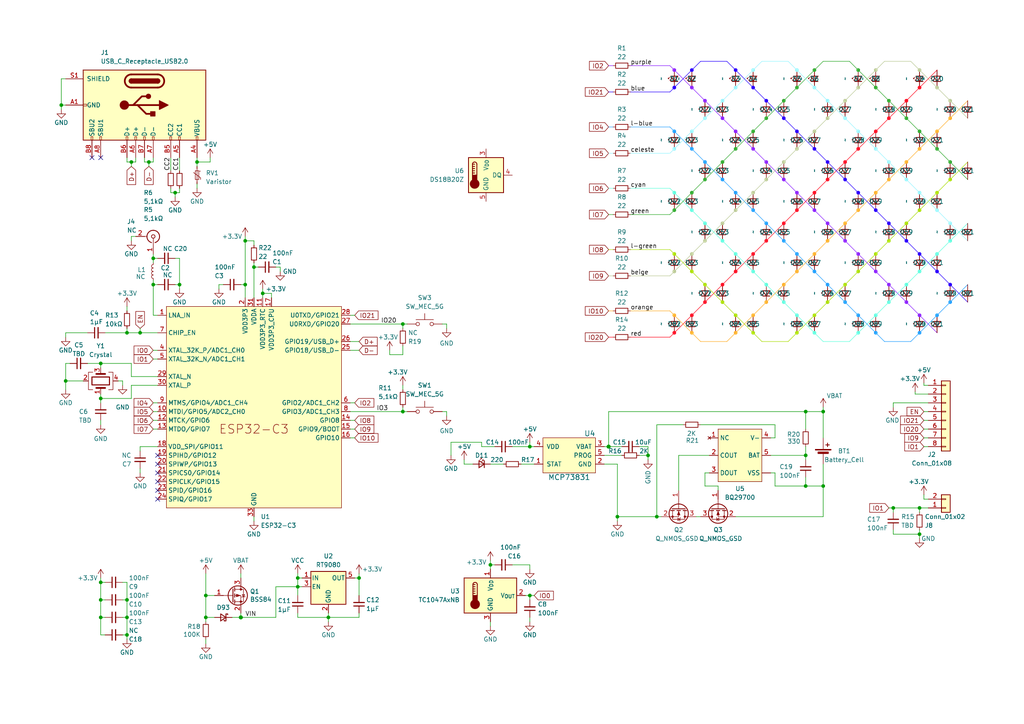
<source format=kicad_sch>
(kicad_sch (version 20231120) (generator "eeschema") (generator_version "8.0")
  (paper "A4")
  (junction (at 227.33 46.99) (color 187 201 151 1))
  (junction (at 227.33 52.07) (color 138 32 255 1))
  (junction (at 245.11 46.99) (color 255 13 34 1))
  (junction (at 245.11 69.85) (color 138 32 255 1))
  (junction (at 222.25 82.55) (color 97 255 220 1))
  (junction (at 275.59 34.29) (color 255 175 45 1))
  (junction (at 259.08 147.32))
  (junction (at 209.55 52.07) (color 33 158 255 1))
  (junction (at 195.58 73.66) (color 170 221 9 1))
  (junction (at 44.45 74.93))
  (junction (at 218.44 73.66) (color 255 13 34 1))
  (junction (at 245.11 34.29) (color 153 244 255 1))
  (junction (at 36.83 96.52))
  (junction (at 248.92 73.66) (color 138 32 255 1))
  (junction (at 213.36 91.44) (color 170 221 9 1))
  (junction (at 231.14 78.74) (color 255 175 45 1))
  (junction (at 213.36 60.96) (color 187 201 151 1))
  (junction (at 266.7 55.88) (color 153 244 255 1))
  (junction (at 218.44 43.18) (color 138 32 255 1))
  (junction (at 200.66 96.52) (color 255 175 45 1))
  (junction (at 213.36 25.4) (color 153 244 255 1))
  (junction (at 38.1 46.99))
  (junction (at 254 96.52) (color 33 158 255 1))
  (junction (at 95.25 179.07))
  (junction (at 227.33 82.55) (color 255 175 45 1))
  (junction (at 213.36 55.88) (color 33 158 255 1))
  (junction (at 275.59 87.63) (color 33 158 255 1))
  (junction (at 262.89 69.85) (color 38 0 255 1))
  (junction (at 200.66 91.44) (color 255 13 34 1))
  (junction (at 240.03 52.07) (color 255 13 34 1))
  (junction (at 209.55 64.77) (color 187 201 151 1))
  (junction (at 17.78 30.48))
  (junction (at 29.21 115.57))
  (junction (at 231.14 38.1) (color 38 0 255 1))
  (junction (at 204.47 87.63) (color 255 13 34 1))
  (junction (at 153.67 129.54))
  (junction (at 236.22 43.18) (color 38 0 255 1))
  (junction (at 204.47 52.07) (color 49 169 47 1))
  (junction (at 218.44 78.74) (color 97 255 220 1))
  (junction (at 248.92 20.32) (color 49 169 47 1))
  (junction (at 266.7 154.94))
  (junction (at 218.44 91.44) (color 255 175 45 1))
  (junction (at 195.58 78.74) (color 187 201 151 1))
  (junction (at 227.33 69.85) (color 33 158 255 1))
  (junction (at 187.96 132.08))
  (junction (at 222.25 52.07) (color 187 201 151 1))
  (junction (at 213.36 96.52) (color 255 175 45 1))
  (junction (at 195.58 20.32) (color 138 32 255 1))
  (junction (at 231.14 25.4) (color 49 169 47 1))
  (junction (at 52.07 82.55))
  (junction (at 240.03 34.29) (color 187 201 151 1))
  (junction (at 200.66 43.18) (color 33 158 255 1))
  (junction (at 262.89 52.07) (color 153 244 255 1))
  (junction (at 222.25 46.99) (color 138 32 255 1))
  (junction (at 257.81 52.07) (color 255 175 45 1))
  (junction (at 275.59 82.55) (color 38 0 255 1))
  (junction (at 142.24 163.83))
  (junction (at 257.81 82.55) (color 138 32 255 1))
  (junction (at 59.69 172.72))
  (junction (at 233.68 119.38))
  (junction (at 176.53 129.54) (diameter 1.016))
  (junction (at 254 43.18) (color 153 244 255 1))
  (junction (at 236.22 25.4) (color 153 244 255 1))
  (junction (at 29.21 168.91))
  (junction (at 266.7 73.66) (color 38 0 255 1))
  (junction (at 57.15 46.99))
  (junction (at 233.68 140.97))
  (junction (at 266.7 25.4) (color 255 13 34 1))
  (junction (at 271.78 55.88) (color 170 221 9 1))
  (junction (at 254 91.44) (color 97 255 220 1))
  (junction (at 69.85 179.07) (diameter 1.016))
  (junction (at 29.21 179.07))
  (junction (at 231.14 60.96) (color 255 13 34 1))
  (junction (at 200.66 60.96) (color 97 255 220 1))
  (junction (at 209.55 69.85) (color 97 255 220 1))
  (junction (at 275.59 69.85) (color 97 255 220 1))
  (junction (at 19.05 110.49))
  (junction (at 71.12 69.85))
  (junction (at 116.84 93.98))
  (junction (at 200.66 55.88) (color 49 169 47 1))
  (junction (at 245.11 82.55) (color 170 221 9 1))
  (junction (at 248.92 96.52) (color 97 255 220 1))
  (junction (at 271.78 43.18) (color 49 169 47 1))
  (junction (at 222.25 64.77) (color 33 158 255 1))
  (junction (at 245.11 87.63) (color 33 158 255 1))
  (junction (at 236.22 78.74) (color 33 158 255 1))
  (junction (at 195.58 55.88) (color 97 255 220 1))
  (junction (at 222.25 29.21) (color 38 0 255 1))
  (junction (at 195.58 60.96) (color 49 169 47 1))
  (junction (at 240.03 64.77) (color 138 32 255 1))
  (junction (at 240.03 46.99) (color 38 0 255 1))
  (junction (at 236.22 73.66) (color 255 175 45 1))
  (junction (at 218.44 25.4) (color 38 0 255 1))
  (junction (at 179.07 149.86))
  (junction (at 245.11 52.07) (color 38 0 255 1))
  (junction (at 29.21 173.99))
  (junction (at 236.22 20.32) (color 49 169 47 1))
  (junction (at 209.55 87.63) (color 170 221 9 1))
  (junction (at 257.81 64.77) (color 38 0 255 1))
  (junction (at 275.59 29.21) (color 187 201 151 1))
  (junction (at 231.14 55.88) (color 138 32 255 1))
  (junction (at 204.47 82.55) (color 170 221 9 1))
  (junction (at 104.14 167.64))
  (junction (at 257.81 29.21) (color 49 169 47 1))
  (junction (at 200.66 38.1) (color 153 244 255 1))
  (junction (at 218.44 38.1) (color 49 169 47 1))
  (junction (at 254 55.88) (color 255 175 45 1))
  (junction (at 257.81 46.99) (color 153 244 255 1))
  (junction (at 222.25 87.63) (color 255 175 45 1))
  (junction (at 200.66 25.4) (color 138 32 255 1))
  (junction (at 254 25.4) (color 49 169 47 1))
  (junction (at 262.89 64.77) (color 170 221 9 1))
  (junction (at 254 60.96) (color 38 0 255 1))
  (junction (at 86.36 170.18))
  (junction (at 236.22 60.96) (color 138 32 255 1))
  (junction (at 254 20.32) (color 187 201 151 1))
  (junction (at 204.47 34.29) (color 153 244 255 1))
  (junction (at 204.47 64.77) (color 97 255 220 1))
  (junction (at 248.92 43.18) (color 255 13 34 1))
  (junction (at 271.78 38.1) (color 255 175 45 1))
  (junction (at 248.92 60.96) (color 255 175 45 1))
  (junction (at 227.33 29.21) (color 49 169 47 1))
  (junction (at 257.81 87.63) (color 97 255 220 1))
  (junction (at 236.22 96.52) (color 97 255 220 1))
  (junction (at 195.58 25.4) (color 38 0 255 1))
  (junction (at 227.33 34.29) (color 38 0 255 1))
  (junction (at 275.59 52.07) (color 170 221 9 1))
  (junction (at 195.58 38.1) (color 33 158 255 1))
  (junction (at 213.36 20.32) (color 38 0 255 1))
  (junction (at 50.8 55.88))
  (junction (at 262.89 82.55) (color 97 255 220 1))
  (junction (at 240.03 29.21) (color 153 244 255 1))
  (junction (at 236.22 55.88) (color 255 13 34 1))
  (junction (at 248.92 38.1) (color 153 244 255 1))
  (junction (at 36.83 179.07))
  (junction (at 231.14 96.52) (color 170 221 9 1))
  (junction (at 43.18 46.99))
  (junction (at 200.66 73.66) (color 187 201 151 1))
  (junction (at 266.7 60.96) (color 170 221 9 1))
  (junction (at 266.7 20.32) (color 187 201 151 1))
  (junction (at 213.36 38.1) (color 138 32 255 1))
  (junction (at 44.45 82.55))
  (junction (at 240.03 82.55) (color 33 158 255 1))
  (junction (at 222.25 69.85) (color 255 13 34 1))
  (junction (at 209.55 34.29) (color 138 32 255 1))
  (junction (at 213.36 43.18) (color 49 169 47 1))
  (junction (at 254 73.66) (color 170 221 9 1))
  (junction (at 266.7 43.18) (color 255 175 45 1))
  (junction (at 236.22 91.44) (color 170 221 9 1))
  (junction (at 240.03 87.63) (color 170 221 9 1))
  (junction (at 275.59 46.99) (color 49 169 47 1))
  (junction (at 271.78 25.4) (color 187 201 151 1))
  (junction (at 266.7 38.1) (color 49 169 47 1))
  (junction (at 209.55 29.21) (color 153 244 255 1))
  (junction (at 200.66 78.74) (color 170 221 9 1))
  (junction (at 227.33 64.77) (color 255 13 34 1))
  (junction (at 213.36 78.74) (color 255 13 34 1))
  (junction (at 231.14 73.66) (color 33 158 255 1))
  (junction (at 218.44 96.52) (color 170 221 9 1))
  (junction (at 59.69 179.07))
  (junction (at 238.76 119.38))
  (junction (at 266.7 147.32))
  (junction (at 248.92 55.88) (color 38 0 255 1))
  (junction (at 209.55 46.99) (color 49 169 47 1))
  (junction (at 233.68 132.08))
  (junction (at 248.92 91.44) (color 33 158 255 1))
  (junction (at 213.36 73.66) (color 97 255 220 1))
  (junction (at 190.5 149.86))
  (junction (at 275.59 64.77) (color 153 244 255 1))
  (junction (at 240.03 69.85) (color 255 175 45 1))
  (junction (at 245.11 64.77) (color 255 175 45 1))
  (junction (at 204.47 69.85) (color 187 201 151 1))
  (junction (at 36.83 184.15))
  (junction (at 266.7 91.44) (color 138 32 255 1))
  (junction (at 262.89 29.21) (color 255 13 34 1))
  (junction (at 227.33 87.63) (color 97 255 220 1))
  (junction (at 200.66 20.32) (color 38 0 255 1))
  (junction (at 257.81 34.29) (color 255 13 34 1))
  (junction (at 36.83 173.99))
  (junction (at 271.78 91.44) (color 33 158 255 1))
  (junction (at 262.89 87.63) (color 138 32 255 1))
  (junction (at 271.78 73.66) (color 97 255 220 1))
  (junction (at 254 78.74) (color 138 32 255 1))
  (junction (at 222.25 34.29) (color 49 169 47 1))
  (junction (at 262.89 46.99) (color 255 175 45 1))
  (junction (at 195.58 91.44) (color 255 175 45 1))
  (junction (at 86.36 167.64))
  (junction (at 204.47 29.21) (color 138 32 255 1))
  (junction (at 262.89 34.29) (color 49 169 47 1))
  (junction (at 245.11 29.21) (color 187 201 151 1))
  (junction (at 231.14 20.32) (color 153 244 255 1))
  (junction (at 218.44 20.32) (color 153 244 255 1))
  (junction (at 231.14 43.18) (color 187 201 151 1))
  (junction (at 271.78 60.96) (color 153 244 255 1))
  (junction (at 204.47 46.99) (color 33 158 255 1))
  (junction (at 231.14 91.44) (color 97 255 220 1))
  (junction (at 116.84 119.38))
  (junction (at 257.81 69.85) (color 170 221 9 1))
  (junction (at 248.92 78.74) (color 170 221 9 1))
  (junction (at 218.44 60.96) (color 33 158 255 1))
  (junction (at 238.76 140.97))
  (junction (at 266.7 96.52) (color 33 158 255 1))
  (junction (at 254 38.1) (color 255 13 34 1))
  (junction (at 248.92 25.4) (color 187 201 151 1))
  (junction (at 40.64 96.52))
  (junction (at 29.21 105.41))
  (junction (at 271.78 78.74) (color 38 0 255 1))
  (junction (at 209.55 82.55) (color 255 13 34 1))
  (junction (at 195.58 96.52) (color 255 13 34 1))
  (junction (at 218.44 55.88) (color 187 201 151 1))
  (junction (at 266.7 78.74) (color 97 255 220 1))
  (junction (at 236.22 38.1) (color 187 201 151 1))
  (junction (at 73.66 77.47))
  (junction (at 76.2 85.09))
  (junction (at 71.12 82.55))
  (junction (at 195.58 43.18) (color 153 244 255 1))
  (junction (at 153.67 172.72))
  (no_connect (at 45.72 134.62))
  (no_connect (at 45.72 132.08))
  (no_connect (at 45.72 142.24))
  (no_connect (at 26.67 45.72))
  (no_connect (at 45.72 144.78))
  (no_connect (at 45.72 137.16))
  (no_connect (at 29.21 45.72))
  (no_connect (at 45.72 139.7))
  (wire (pts (xy 182.88 44.45) (xy 194.31 44.45)) (stroke (width 0) (color 153 244 255 1)))
  (wire (pts (xy 245.11 34.29) (xy 240.03 29.21)) (stroke (width 0) (color 153 244 255 1)))
  (wire (pts (xy 179.07 134.62) (xy 179.07 149.86)))
  (wire (pts (xy 78.74 85.09) (xy 78.74 86.36)))
  (wire (pts (xy 41.91 45.72) (xy 41.91 46.99)))
  (wire (pts (xy 233.68 138.43) (xy 233.68 140.97)))
  (wire (pts (xy 240.03 29.21) (xy 236.22 25.4)) (stroke (width 0) (color 153 244 255 1)))
  (wire (pts (xy 231.14 25.4) (xy 236.22 20.32)) (stroke (width 0) (color 49 169 47 1)))
  (wire (pts (xy 17.78 22.86) (xy 17.78 30.48)))
  (wire (pts (xy 254 25.4) (xy 248.92 20.32)) (stroke (width 0) (color 49 169 47 1)))
  (wire (pts (xy 267.97 144.78) (xy 269.24 144.78)))
  (wire (pts (xy 266.7 148.59) (xy 266.7 147.32)))
  (wire (pts (xy 222.25 69.85) (xy 227.33 64.77)) (stroke (width 0) (color 255 13 34 1)))
  (wire (pts (xy 254 96.52) (xy 256.54 99.06)) (stroke (width 0) (color 33 158 255 1)))
  (wire (pts (xy 257.81 82.55) (xy 254 78.74)) (stroke (width 0) (color 138 32 255 1)))
  (wire (pts (xy 264.16 99.06) (xy 266.7 96.52)) (stroke (width 0) (color 33 158 255 1)))
  (wire (pts (xy 238.76 118.11) (xy 238.76 119.38)))
  (wire (pts (xy 63.5 82.55) (xy 63.5 83.82)))
  (wire (pts (xy 40.64 129.54) (xy 40.64 130.81)))
  (wire (pts (xy 266.7 96.52) (xy 271.78 91.44)) (stroke (width 0) (color 33 158 255 1)))
  (wire (pts (xy 194.31 80.01) (xy 195.58 78.74)) (stroke (width 0) (color 187 201 151 1)))
  (wire (pts (xy 185.42 132.08) (xy 187.96 132.08)))
  (wire (pts (xy 254 43.18) (xy 248.92 38.1)) (stroke (width 0) (color 153 244 255 1)))
  (wire (pts (xy 266.7 73.66) (xy 262.89 69.85)) (stroke (width 0) (color 38 0 255 1)))
  (wire (pts (xy 236.22 96.52) (xy 238.76 99.06)) (stroke (width 0) (color 97 255 220 1)))
  (wire (pts (xy 262.89 87.63) (xy 257.81 82.55)) (stroke (width 0) (color 138 32 255 1)))
  (wire (pts (xy 50.8 74.93) (xy 52.07 74.93)))
  (wire (pts (xy 209.55 82.55) (xy 213.36 78.74)) (stroke (width 0) (color 255 13 34 1)))
  (wire (pts (xy 59.69 179.07) (xy 59.69 180.34)))
  (wire (pts (xy 44.45 91.44) (xy 44.45 82.55)))
  (wire (pts (xy 52.07 55.88) (xy 50.8 55.88)))
  (wire (pts (xy 95.25 179.07) (xy 95.25 180.34)))
  (wire (pts (xy 204.47 29.21) (xy 200.66 25.4)) (stroke (width 0) (color 138 32 255 1)))
  (wire (pts (xy 236.22 91.44) (xy 240.03 87.63)) (stroke (width 0) (color 170 221 9 1)))
  (wire (pts (xy 233.68 132.08) (xy 233.68 133.35)))
  (wire (pts (xy 29.21 168.91) (xy 30.48 168.91)))
  (wire (pts (xy 29.21 168.91) (xy 29.21 173.99)))
  (wire (pts (xy 182.88 90.17) (xy 194.31 90.17)) (stroke (width 0) (color 255 175 45 1)))
  (wire (pts (xy 19.05 22.86) (xy 17.78 22.86)))
  (wire (pts (xy 52.07 74.93) (xy 52.07 82.55)))
  (wire (pts (xy 218.44 20.32) (xy 220.98 17.78)) (stroke (width 0) (color 153 244 255 1)))
  (wire (pts (xy 128.27 119.38) (xy 129.54 119.38)))
  (wire (pts (xy 59.69 172.72) (xy 62.23 172.72)))
  (wire (pts (xy 227.33 29.21) (xy 231.14 25.4)) (stroke (width 0) (color 49 169 47 1)))
  (wire (pts (xy 153.67 173.99) (xy 153.67 172.72)))
  (wire (pts (xy 266.7 91.44) (xy 262.89 87.63)) (stroke (width 0) (color 138 32 255 1)))
  (wire (pts (xy 44.45 101.6) (xy 45.72 101.6)))
  (wire (pts (xy 130.81 132.08) (xy 130.81 128.27)))
  (wire (pts (xy 254 60.96) (xy 248.92 55.88)) (stroke (width 0) (color 38 0 255 1)))
  (wire (pts (xy 69.85 179.07) (xy 69.85 177.8)))
  (wire (pts (xy 200.66 55.88) (xy 204.47 52.07)) (stroke (width 0) (color 49 169 47 1)))
  (wire (pts (xy 39.37 46.99) (xy 39.37 45.72)))
  (wire (pts (xy 222.25 64.77) (xy 218.44 60.96)) (stroke (width 0) (color 33 158 255 1)))
  (wire (pts (xy 209.55 34.29) (xy 204.47 29.21)) (stroke (width 0) (color 138 32 255 1)))
  (wire (pts (xy 36.83 184.15) (xy 36.83 185.42)))
  (wire (pts (xy 152.4 172.72) (xy 153.67 172.72)))
  (wire (pts (xy 222.25 29.21) (xy 218.44 25.4)) (stroke (width 0) (color 38 0 255 1)))
  (wire (pts (xy 44.45 116.84) (xy 45.72 116.84)))
  (wire (pts (xy 275.59 29.21) (xy 271.78 25.4)) (stroke (width 0) (color 187 201 151 1)))
  (wire (pts (xy 36.83 88.9) (xy 36.83 90.17)))
  (wire (pts (xy 35.56 173.99) (xy 36.83 173.99)))
  (wire (pts (xy 265.43 114.3) (xy 269.24 114.3)))
  (wire (pts (xy 218.44 96.52) (xy 220.98 99.06)) (stroke (width 0) (color 170 221 9 1)))
  (wire (pts (xy 116.84 118.11) (xy 116.84 119.38)))
  (wire (pts (xy 231.14 38.1) (xy 227.33 34.29)) (stroke (width 0) (color 38 0 255 1)))
  (wire (pts (xy 101.6 124.46) (xy 102.87 124.46)))
  (wire (pts (xy 257.81 34.29) (xy 262.89 29.21)) (stroke (width 0) (color 255 13 34 1)))
  (wire (pts (xy 195.58 55.88) (xy 200.66 60.96)) (stroke (width 0) (color 97 255 220 1)))
  (wire (pts (xy 38.1 46.99) (xy 39.37 46.99)))
  (wire (pts (xy 134.62 134.62) (xy 137.16 134.62)))
  (wire (pts (xy 153.67 129.54) (xy 154.94 129.54)))
  (wire (pts (xy 19.05 113.03) (xy 19.05 110.49)))
  (wire (pts (xy 69.85 167.64) (xy 69.85 166.37)))
  (wire (pts (xy 29.21 179.07) (xy 29.21 184.15)))
  (wire (pts (xy 176.53 119.38) (xy 233.68 119.38)))
  (wire (pts (xy 195.58 43.18) (xy 200.66 38.1)) (stroke (width 0) (color 153 244 255 1)))
  (wire (pts (xy 29.21 179.07) (xy 30.48 179.07)))
  (wire (pts (xy 203.2 123.19) (xy 224.79 123.19)))
  (wire (pts (xy 262.89 52.07) (xy 257.81 46.99)) (stroke (width 0) (color 153 244 255 1)))
  (wire (pts (xy 204.47 34.29) (xy 209.55 29.21)) (stroke (width 0) (color 153 244 255 1)))
  (wire (pts (xy 245.11 52.07) (xy 240.03 46.99)) (stroke (width 0) (color 38 0 255 1)))
  (wire (pts (xy 259.08 116.84) (xy 269.24 116.84)))
  (wire (pts (xy 200.66 96.52) (xy 203.2 99.06)) (stroke (width 0) (color 255 175 45 1)))
  (wire (pts (xy 236.22 43.18) (xy 231.14 38.1)) (stroke (width 0) (color 38 0 255 1)))
  (wire (pts (xy 180.34 132.08) (xy 175.26 132.08)))
  (wire (pts (xy 266.7 55.88) (xy 262.89 52.07)) (stroke (width 0) (color 153 244 255 1)))
  (wire (pts (xy 44.45 74.93) (xy 45.72 74.93)))
  (wire (pts (xy 148.59 129.54) (xy 153.67 129.54)))
  (wire (pts (xy 59.69 172.72) (xy 59.69 179.07)))
  (wire (pts (xy 248.92 25.4) (xy 254 20.32)) (stroke (width 0) (color 187 201 151 1)))
  (wire (pts (xy 80.01 77.47) (xy 81.28 77.47)))
  (wire (pts (xy 35.56 168.91) (xy 36.83 168.91)))
  (wire (pts (xy 116.84 111.76) (xy 116.84 113.03)))
  (wire (pts (xy 222.25 87.63) (xy 227.33 82.55)) (stroke (width 0) (color 255 175 45 1)))
  (wire (pts (xy 222.25 82.55) (xy 218.44 78.74)) (stroke (width 0) (color 97 255 220 1)))
  (wire (pts (xy 44.45 121.92) (xy 45.72 121.92)))
  (wire (pts (xy 231.14 96.52) (xy 236.22 91.44)) (stroke (width 0) (color 170 221 9 1)))
  (wire (pts (xy 86.36 179.07) (xy 95.25 179.07)))
  (wire (pts (xy 262.89 34.29) (xy 257.81 29.21)) (stroke (width 0) (color 49 169 47 1)))
  (wire (pts (xy 204.47 87.63) (xy 209.55 82.55)) (stroke (width 0) (color 255 13 34 1)))
  (wire (pts (xy 29.21 115.57) (xy 29.21 116.84)))
  (wire (pts (xy 213.36 149.86) (xy 238.76 149.86)))
  (wire (pts (xy 220.98 99.06) (xy 228.6 99.06)) (stroke (width 0) (color 170 221 9 1)))
  (wire (pts (xy 275.59 64.77) (xy 271.78 60.96)) (stroke (width 0) (color 153 244 255 1)))
  (wire (pts (xy 102.87 127) (xy 101.6 127)))
  (wire (pts (xy 176.53 62.23) (xy 177.8 62.23)) (stroke (width 0) (color 49 169 47 1)))
  (wire (pts (xy 73.66 149.86) (xy 73.66 151.13)))
  (wire (pts (xy 176.53 72.39) (xy 177.8 72.39)) (stroke (width 0) (color 170 221 9 1)))
  (wire (pts (xy 49.53 54.61) (xy 49.53 55.88)))
  (wire (pts (xy 248.92 78.74) (xy 254 73.66)) (stroke (width 0) (color 170 221 9 1)))
  (wire (pts (xy 73.66 76.2) (xy 73.66 77.47)))
  (wire (pts (xy 86.36 177.8) (xy 86.36 179.07)))
  (wire (pts (xy 176.53 54.61) (xy 177.8 54.61)) (stroke (width 0) (color 97 255 220 1)))
  (wire (pts (xy 259.08 154.94) (xy 266.7 154.94)))
  (wire (pts (xy 116.84 119.38) (xy 118.11 119.38)))
  (wire (pts (xy 245.11 69.85) (xy 240.03 64.77)) (stroke (width 0) (color 138 32 255 1)))
  (wire (pts (xy 275.59 82.55) (xy 271.78 78.74)) (stroke (width 0) (color 38 0 255 1)))
  (wire (pts (xy 257.81 64.77) (xy 254 60.96)) (stroke (width 0) (color 38 0 255 1)))
  (wire (pts (xy 271.78 91.44) (xy 275.59 87.63)) (stroke (width 0) (color 33 158 255 1)))
  (wire (pts (xy 45.72 82.55) (xy 44.45 82.55)))
  (wire (pts (xy 240.03 87.63) (xy 245.11 82.55)) (stroke (width 0) (color 170 221 9 1)))
  (wire (pts (xy 52.07 82.55) (xy 50.8 82.55)))
  (wire (pts (xy 262.89 82.55) (xy 266.7 78.74)) (stroke (width 0) (color 97 255 220 1)))
  (wire (pts (xy 224.79 137.16) (xy 224.79 140.97)))
  (wire (pts (xy 29.21 121.92) (xy 29.21 123.19)))
  (wire (pts (xy 246.38 17.78) (xy 248.92 20.32)) (stroke (width 0) (color 49 169 47 1)))
  (wire (pts (xy 182.88 36.83) (xy 194.31 36.83)) (stroke (width 0) (color 33 158 255 1)))
  (wire (pts (xy 52.07 45.72) (xy 52.07 49.53)))
  (wire (pts (xy 86.36 167.64) (xy 87.63 167.64)))
  (wire (pts (xy 57.15 46.99) (xy 57.15 45.72)))
  (wire (pts (xy 245.11 46.99) (xy 248.92 43.18)) (stroke (width 0) (color 255 13 34 1)))
  (wire (pts (xy 73.66 77.47) (xy 74.93 77.47)))
  (wire (pts (xy 29.21 114.3) (xy 29.21 115.57)))
  (wire (pts (xy 104.14 167.64) (xy 102.87 167.64)))
  (wire (pts (xy 29.21 173.99) (xy 30.48 173.99)))
  (wire (pts (xy 116.84 95.25) (xy 116.84 93.98)))
  (wire (pts (xy 196.85 132.08) (xy 205.74 132.08)))
  (wire (pts (xy 266.7 153.67) (xy 266.7 154.94)))
  (wire (pts (xy 36.83 179.07) (xy 36.83 184.15)))
  (wire (pts (xy 257.81 29.21) (xy 254 25.4)) (stroke (width 0) (color 49 169 47 1)))
  (wire (pts (xy 200.66 38.1) (xy 204.47 34.29)) (stroke (width 0) (color 153 244 255 1)))
  (wire (pts (xy 240.03 82.55) (xy 236.22 78.74)) (stroke (width 0) (color 33 158 255 1)))
  (wire (pts (xy 240.03 46.99) (xy 236.22 43.18)) (stroke (width 0) (color 38 0 255 1)))
  (wire (pts (xy 143.51 163.83) (xy 142.24 163.83)))
  (wire (pts (xy 195.58 78.74) (xy 200.66 73.66)) (stroke (width 0) (color 187 201 151 1)))
  (wire (pts (xy 209.55 46.99) (xy 213.36 43.18)) (stroke (width 0) (color 49 169 47 1)))
  (wire (pts (xy 81.28 77.47) (xy 81.28 78.74)))
  (wire (pts (xy 194.31 90.17) (xy 195.58 91.44)) (stroke (width 0) (color 255 175 45 1)))
  (wire (pts (xy 86.36 166.37) (xy 86.36 167.64)))
  (wire (pts (xy 59.69 179.07) (xy 62.23 179.07)))
  (wire (pts (xy 248.92 43.18) (xy 254 38.1)) (stroke (width 0) (color 255 13 34 1)))
  (wire (pts (xy 238.76 134.62) (xy 238.76 140.97)))
  (wire (pts (xy 200.66 91.44) (xy 204.47 87.63)) (stroke (width 0) (color 255 13 34 1)))
  (wire (pts (xy 25.4 105.41) (xy 29.21 105.41)))
  (wire (pts (xy 195.58 20.32) (xy 194.31 19.05)) (stroke (width 0) (color 138 32 255 1)))
  (wire (pts (xy 176.53 36.83) (xy 177.8 36.83)) (stroke (width 0) (color 33 158 255 1)))
  (wire (pts (xy 218.44 60.96) (xy 213.36 55.88)) (stroke (width 0) (color 33 158 255 1)))
  (wire (pts (xy 40.64 95.25) (xy 40.64 96.52)))
  (wire (pts (xy 71.12 82.55) (xy 71.12 86.36)))
  (wire (pts (xy 45.72 91.44) (xy 44.45 91.44)))
  (wire (pts (xy 57.15 48.26) (xy 57.15 46.99)))
  (wire (pts (xy 245.11 82.55) (xy 248.92 78.74)) (stroke (width 0) (color 170 221 9 1)))
  (wire (pts (xy 60.96 45.72) (xy 60.96 46.99)))
  (wire (pts (xy 116.84 102.87) (xy 116.84 100.33)))
  (wire (pts (xy 29.21 115.57) (xy 38.1 115.57)))
  (wire (pts (xy 52.07 83.82) (xy 52.07 82.55)))
  (wire (pts (xy 36.83 45.72) (xy 36.83 46.99)))
  (wire (pts (xy 254 96.52) (xy 248.92 91.44)) (stroke (width 0) (color 33 158 255 1)))
  (wire (pts (xy 71.12 69.85) (xy 73.66 69.85)))
  (wire (pts (xy 49.53 55.88) (xy 50.8 55.88)))
  (wire (pts (xy 262.89 29.21) (xy 266.7 25.4)) (stroke (width 0) (color 255 13 34 1)))
  (wire (pts (xy 86.36 167.64) (xy 86.36 170.18)))
  (wire (pts (xy 190.5 149.86) (xy 191.77 149.86)))
  (wire (pts (xy 245.11 29.21) (xy 248.92 25.4)) (stroke (width 0) (color 187 201 151 1)))
  (wire (pts (xy 36.83 173.99) (xy 36.83 179.07)))
  (wire (pts (xy 209.55 52.07) (xy 204.47 46.99)) (stroke (width 0) (color 33 158 255 1)))
  (wire (pts (xy 275.59 69.85) (xy 280.67 64.77)) (stroke (width 0) (color 97 255 220 1)))
  (wire (pts (xy 266.7 147.32) (xy 269.24 147.32)))
  (wire (pts (xy 44.45 104.14) (xy 45.72 104.14)))
  (wire (pts (xy 20.32 105.41) (xy 19.05 105.41)))
  (wire (pts (xy 30.48 96.52) (xy 36.83 96.52)))
  (wire (pts (xy 223.52 127) (xy 224.79 127)))
  (wire (pts (xy 104.14 172.72) (xy 104.14 167.64)))
  (wire (pts (xy 233.68 129.54) (xy 233.68 132.08)))
  (wire (pts (xy 146.05 134.62) (xy 142.24 134.62)))
  (wire (pts (xy 195.58 96.52) (xy 200.66 91.44)) (stroke (width 0) (color 255 13 34 1)))
  (wire (pts (xy 73.66 69.85) (xy 73.66 71.12)))
  (wire (pts (xy 49.53 45.72) (xy 49.53 49.53)))
  (wire (pts (xy 280.67 87.63) (xy 275.59 82.55)) (stroke (width 0) (color 38 0 255 1)))
  (wire (pts (xy 248.92 91.44) (xy 245.11 87.63)) (stroke (width 0) (color 33 158 255 1)))
  (wire (pts (xy 52.07 54.61) (xy 52.07 55.88)))
  (wire (pts (xy 179.07 149.86) (xy 190.5 149.86)))
  (wire (pts (xy 19.05 105.41) (xy 19.05 110.49)))
  (wire (pts (xy 208.28 140.97) (xy 208.28 142.24)))
  (wire (pts (xy 187.96 133.35) (xy 187.96 132.08)))
  (wire (pts (xy 76.2 85.09) (xy 76.2 86.36)))
  (wire (pts (xy 153.67 163.83) (xy 148.59 163.83)))
  (wire (pts (xy 280.67 69.85) (xy 275.59 64.77)) (stroke (width 0) (color 153 244 255 1)))
  (wire (pts (xy 271.78 60.96) (xy 266.7 55.88)) (stroke (width 0) (color 153 244 255 1)))
  (wire (pts (xy 227.33 34.29) (xy 222.25 29.21)) (stroke (width 0) (color 38 0 255 1)))
  (wire (pts (xy 266.7 25.4) (xy 271.78 20.32)) (stroke (width 0) (color 255 13 34 1)))
  (wire (pts (xy 187.96 129.54) (xy 187.96 132.08)))
  (wire (pts (xy 223.52 137.16) (xy 224.79 137.16)))
  (wire (pts (xy 176.53 44.45) (xy 177.8 44.45)) (stroke (width 0) (color 153 244 255 1)))
  (wire (pts (xy 233.68 140.97) (xy 238.76 140.97)))
  (wire (pts (xy 194.31 26.67) (xy 195.58 25.4)) (stroke (width 0) (color 38 0 255 1)))
  (wire (pts (xy 238.76 140.97) (xy 238.76 149.86)))
  (wire (pts (xy 204.47 69.85) (xy 209.55 64.77)) (stroke (width 0) (color 187 201 151 1)))
  (wire (pts (xy 113.03 102.87) (xy 116.84 102.87)))
  (wire (pts (xy 195.58 25.4) (xy 200.66 20.32)) (stroke (width 0) (color 38 0 255 1)))
  (wire (pts (xy 176.53 80.01) (xy 177.8 80.01)) (stroke (width 0) (color 187 201 151 1)))
  (wire (pts (xy 256.54 99.06) (xy 264.16 99.06)) (stroke (width 0) (color 33 158 255 1)))
  (wire (pts (xy 236.22 60.96) (xy 231.14 55.88)) (stroke (width 0) (color 138 32 255 1)))
  (wire (pts (xy 231.14 20.32) (xy 228.6 17.78)) (stroke (width 0) (color 153 244 255 1)))
  (wire (pts (xy 262.89 46.99) (xy 266.7 43.18)) (stroke (width 0) (color 255 175 45 1)))
  (wire (pts (xy 227.33 87.63) (xy 222.25 82.55)) (stroke (width 0) (color 97 255 220 1)))
  (wire (pts (xy 80.01 170.18) (xy 80.01 179.07)))
  (wire (pts (xy 236.22 38.1) (xy 240.03 34.29)) (stroke (width 0) (color 187 201 151 1)))
  (wire (pts (xy 194.31 54.61) (xy 195.58 55.88)) (stroke (width 0) (color 97 255 220 1)))
  (wire (pts (xy 267.97 121.92) (xy 269.24 121.92)))
  (wire (pts (xy 256.54 17.78) (xy 264.16 17.78)) (stroke (width 0) (color 187 201 151 1)))
  (wire (pts (xy 227.33 82.55) (xy 231.14 78.74)) (stroke (width 0) (color 255 175 45 1)))
  (wire (pts (xy 104.14 166.37) (xy 104.14 167.64)))
  (wire (pts (xy 116.84 93.98) (xy 118.11 93.98)))
  (wire (pts (xy 259.08 153.67) (xy 259.08 154.94)))
  (wire (pts (xy 257.81 147.32) (xy 259.08 147.32)))
  (wire (pts (xy 248.92 38.1) (xy 245.11 34.29)) (stroke (width 0) (color 153 244 255 1)))
  (wire (pts (xy 194.31 44.45) (xy 195.58 43.18)) (stroke (width 0) (color 153 244 255 1)))
  (wire (pts (xy 254 38.1) (xy 257.81 34.29)) (stroke (width 0) (color 255 13 34 1)))
  (wire (pts (xy 266.7 38.1) (xy 262.89 34.29)) (stroke (width 0) (color 49 169 47 1)))
  (wire (pts (xy 154.94 134.62) (xy 151.13 134.62)))
  (wire (pts (xy 213.36 25.4) (xy 218.44 20.32)) (stroke (width 0) (color 153 244 255 1)))
  (wire (pts (xy 69.85 179.07) (xy 67.31 179.07)))
  (wire (pts (xy 262.89 64.77) (xy 266.7 60.96)) (stroke (width 0) (color 170 221 9 1)))
  (wire (pts (xy 129.54 119.38) (xy 129.54 120.65)))
  (wire (pts (xy 204.47 82.55) (xy 200.66 78.74)) (stroke (width 0) (color 170 221 9 1)))
  (wire (pts (xy 36.83 46.99) (xy 38.1 46.99)))
  (wire (pts (xy 210.82 17.78) (xy 213.36 20.32)) (stroke (width 0) (color 38 0 255 1)))
  (wire (pts (xy 57.15 53.34) (xy 57.15 54.61)))
  (wire (pts (xy 218.44 43.18) (xy 213.36 38.1)) (stroke (width 0) (color 138 32 255 1)))
  (wire (pts (xy 38.1 105.41) (xy 38.1 109.22)))
  (wire (pts (xy 38.1 111.76) (xy 45.72 111.76)))
  (wire (pts (xy 231.14 73.66) (xy 227.33 69.85)) (stroke (width 0) (color 33 158 255 1)))
  (wire (pts (xy 101.6 99.06) (xy 104.14 99.06)))
  (wire (pts (xy 254 20.32) (xy 256.54 17.78)) (stroke (width 0) (color 187 201 151 1)))
  (wire (pts (xy 76.2 85.09) (xy 76.2 83.82)))
  (wire (pts (xy 59.69 166.37) (xy 59.69 172.72)))
  (wire (pts (xy 222.25 52.07) (xy 227.33 46.99)) (stroke (width 0) (color 187 201 151 1)))
  (wire (pts (xy 182.88 72.39) (xy 194.31 72.39)) (stroke (width 0) (color 170 221 9 1)))
  (wire (pts (xy 262.89 69.85) (xy 257.81 64.77)) (stroke (width 0) (color 38 0 255 1)))
  (wire (pts (xy 210.82 99.06) (xy 213.36 96.52)) (stroke (width 0) (color 255 175 45 1)))
  (wire (pts (xy 203.2 99.06) (xy 210.82 99.06)) (stroke (width 0) (color 255 175 45 1)))
  (wire (pts (xy 267.97 143.51) (xy 267.97 144.78)))
  (wire (pts (xy 200.66 25.4) (xy 195.58 20.32)) (stroke (width 0) (color 138 32 255 1)))
  (wire (pts (xy 271.78 55.88) (xy 275.59 52.07)) (stroke (width 0) (color 170 221 9 1)))
  (wire (pts (xy 101.6 93.98) (xy 116.84 93.98)))
  (wire (pts (xy 236.22 20.32) (xy 238.76 17.78)) (stroke (width 0) (color 49 169 47 1)))
  (wire (pts (xy 224.79 140.97) (xy 233.68 140.97)))
  (wire (pts (xy 44.45 46.99) (xy 44.45 45.72)))
  (wire (pts (xy 44.45 124.46) (xy 45.72 124.46)))
  (wire (pts (xy 240.03 52.07) (xy 245.11 46.99)) (stroke (width 0) (color 255 13 34 1)))
  (wire (pts (xy 259.08 147.32) (xy 266.7 147.32)))
  (wire (pts (xy 201.93 149.86) (xy 203.2 149.86)))
  (wire (pts (xy 128.27 93.98) (xy 129.54 93.98)))
  (wire (pts (xy 29.21 106.68) (xy 29.21 105.41)))
  (wire (pts (xy 176.53 129.54) (xy 180.34 129.54)))
  (wire (pts (xy 44.45 119.38) (xy 45.72 119.38)))
  (wire (pts (xy 194.31 62.23) (xy 195.58 60.96)) (stroke (width 0) (color 49 169 47 1)))
  (wire (pts (xy 36.83 96.52) (xy 36.83 95.25)))
  (wire (pts (xy 69.85 82.55) (xy 71.12 82.55)))
  (wire (pts (xy 17.78 31.75) (xy 17.78 30.48)))
  (wire (pts (xy 275.59 52.07) (xy 280.67 46.99)) (stroke (width 0) (color 170 221 9 1)))
  (wire (pts (xy 19.05 110.49) (xy 24.13 110.49)))
  (wire (pts (xy 227.33 52.07) (xy 222.25 46.99)) (stroke (width 0) (color 138 32 255 1)))
  (wire (pts (xy 17.78 30.48) (xy 19.05 30.48)))
  (wire (pts (xy 265.43 113.665) (xy 265.43 114.3)))
  (wire (pts (xy 153.67 172.72) (xy 154.94 172.72)))
  (wire (pts (xy 269.24 129.54) (xy 267.97 129.54)))
  (wire (pts (xy 176.53 26.67) (xy 177.8 26.67)) (stroke (width 0) (color 38 0 255 1)))
  (wire (pts (xy 182.88 80.01) (xy 194.31 80.01)) (stroke (width 0) (color 187 201 151 1)))
  (wire (pts (xy 218.44 73.66) (xy 222.25 69.85)) (stroke (width 0) (color 255 13 34 1)))
  (wire (pts (xy 228.6 99.06) (xy 231.14 96.52)) (stroke (width 0) (color 170 221 9 1)))
  (wire (pts (xy 240.03 34.29) (xy 245.11 29.21)) (stroke (width 0) (color 187 201 151 1)))
  (wire (pts (xy 101.6 101.6) (xy 104.14 101.6)))
  (wire (pts (xy 267.97 119.38) (xy 269.24 119.38)))
  (wire (pts (xy 182.88 54.61) (xy 194.31 54.61)) (stroke (width 0) (color 97 255 220 1)))
  (wire (pts (xy 175.26 134.62) (xy 179.07 134.62)))
  (wire (pts (xy 182.88 26.67) (xy 194.31 26.67)) (stroke (width 0) (color 38 0 255 1)))
  (wire (pts (xy 218.44 96.52) (xy 213.36 91.44)) (stroke (width 0) (color 170 221 9 1)))
  (wire (pts (xy 41.91 46.99) (xy 43.18 46.99)))
  (wire (pts (xy 182.88 19.05) (xy 194.31 19.05)) (stroke (width 0) (color 138 32 255 1)))
  (wire (pts (xy 236.22 25.4) (xy 231.14 20.32)) (stroke (width 0) (color 153 244 255 1)))
  (wire (pts (xy 195.58 38.1) (xy 200.66 43.18)) (stroke (width 0) (color 33 158 255 1)))
  (wire (pts (xy 254 73.66) (xy 257.81 69.85)) (stroke (width 0) (color 170 221 9 1)))
  (wire (pts (xy 86.36 170.18) (xy 87.63 170.18)))
  (wire (pts (xy 36.83 96.52) (xy 40.64 96.52)))
  (wire (pts (xy 266.7 91.44) (xy 271.78 96.52)) (stroke (width 0) (color 138 32 255 1)))
  (wire (pts (xy 224.79 123.19) (xy 224.79 127)))
  (wire (pts (xy 209.55 29.21) (xy 213.36 25.4)) (stroke (width 0) (color 153 244 255 1)))
  (wire (pts (xy 271.78 43.18) (xy 266.7 38.1)) (stroke (width 0) (color 49 169 47 1)))
  (wire (pts (xy 200.66 73.66) (xy 204.47 69.85)) (stroke (width 0) (color 187 201 151 1)))
  (wire (pts (xy 38.1 115.57) (xy 38.1 111.76)))
  (wire (pts (xy 271.78 73.66) (xy 275.59 69.85)) (stroke (width 0) (color 97 255 220 1)))
  (wire (pts (xy 40.64 135.89) (xy 40.64 137.16)))
  (wire (pts (xy 176.53 19.05) (xy 177.8 19.05)) (stroke (width 0) (color 138 32 255 1)))
  (wire (pts (xy 204.47 64.77) (xy 200.66 60.96)) (stroke (width 0) (color 97 255 220 1)))
  (wire (pts (xy 194.31 72.39) (xy 195.58 73.66)) (stroke (width 0) (color 170 221 9 1)))
  (wire (pts (xy 194.31 97.79) (xy 195.58 96.52)) (stroke (width 0) (color 255 13 34 1)))
  (wire (pts (xy 19.05 96.52) (xy 25.4 96.52)))
  (wire (pts (xy 153.67 179.07) (xy 153.67 180.34)))
  (wire (pts (xy 38.1 68.58) (xy 38.1 69.85)))
  (wire (pts (xy 267.97 111.125) (xy 267.97 111.76)))
  (wire (pts (xy 104.14 177.8) (xy 104.14 179.07)))
  (wire (pts (xy 269.24 111.76) (xy 267.97 111.76)))
  (wire (pts (xy 271.78 78.74) (xy 266.7 73.66)) (stroke (width 0) (color 38 0 255 1)))
  (wire (pts (xy 35.56 110.49) (xy 34.29 110.49)))
  (wire (pts (xy 236.22 73.66) (xy 240.03 69.85)) (stroke (width 0) (color 255 175 45 1)))
  (wire (pts (xy 266.7 78.74) (xy 271.78 73.66)) (stroke (width 0) (color 97 255 220 1)))
  (wire (pts (xy 245.11 64.77) (xy 248.92 60.96)) (stroke (width 0) (color 255 175 45 1)))
  (wire (pts (xy 101.6 116.84) (xy 102.87 116.84)))
  (wire (pts (xy 69.85 179.07) (xy 80.01 179.07)))
  (wire (pts (xy 254 91.44) (xy 257.81 87.63)) (stroke (width 0) (color 97 255 220 1)))
  (wire (pts (xy 35.56 184.15) (xy 36.83 184.15)))
  (wire (pts (xy 204.47 52.07) (xy 209.55 46.99)) (stroke (width 0) (color 49 169 47 1)))
  (wire (pts (xy 73.66 77.47) (xy 73.66 86.36)))
  (wire (pts (xy 259.08 148.59) (xy 259.08 147.32)))
  (wire (pts (xy 275.59 87.63) (xy 280.67 82.55)) (stroke (width 0) (color 33 158 255 1)))
  (wire (pts (xy 19.05 97.79) (xy 19.05 96.52)))
  (wire (pts (xy 209.55 87.63) (xy 204.47 82.55)) (stroke (width 0) (color 170 221 9 1)))
  (wire (pts (xy 257.81 69.85) (xy 262.89 64.77)) (stroke (width 0) (color 170 221 9 1)))
  (wire (pts (xy 175.26 129.54) (xy 176.53 129.54)))
  (wire (pts (xy 40.64 96.52) (xy 45.72 96.52)))
  (wire (pts (xy 254 78.74) (xy 248.92 73.66)) (stroke (width 0) (color 138 32 255 1)))
  (wire (pts (xy 233.68 119.38) (xy 238.76 119.38)))
  (wire (pts (xy 213.36 91.44) (xy 209.55 87.63)) (stroke (width 0) (color 170 221 9 1)))
  (wire (pts (xy 213.36 96.52) (xy 218.44 91.44)) (stroke (width 0) (color 255 175 45 1)))
  (wire (pts (xy 264.16 17.78) (xy 266.7 20.32)) (stroke (width 0) (color 187 201 151 1)))
  (wire (pts (xy 280.67 52.07) (xy 275.59 46.99)) (stroke (width 0) (color 49 169 47 1)))
  (wire (pts (xy 213.36 20.32) (xy 218.44 25.4)) (stroke (width 0) (color 38 0 255 1)))
  (wire (pts (xy 182.88 97.79) (xy 194.31 97.79)) (stroke (width 0) (color 255 13 34 1)))
  (wire (pts (xy 190.5 123.19) (xy 190.5 149.86)))
  (wire (pts (xy 257.81 52.07) (xy 262.89 46.99)) (stroke (width 0) (color 255 175 45 1)))
  (wire (pts (xy 218.44 91.44) (xy 222.25 87.63)) (stroke (width 0) (color 255 175 45 1)))
  (wire (pts (xy 240.03 69.85) (xy 245.11 64.77)) (stroke (width 0) (color 255 175 45 1)))
  (wire (pts (xy 129.54 93.98) (xy 129.54 95.25)))
  (wire (pts (xy 213.36 78.74) (xy 218.44 73.66)) (stroke (width 0) (color 255 13 34 1)))
  (wire (pts (xy 194.31 36.83) (xy 195.58 38.1)) (stroke (width 0) (color 33 158 255 1)))
  (wire (pts (xy 142.24 162.56) (xy 142.24 163.83)))
  (wire (pts (xy 257.81 46.99) (xy 254 43.18)) (stroke (width 0) (color 153 244 255 1)))
  (wire (pts (xy 101.6 119.38) (xy 116.84 119.38)))
  (wire (pts (xy 248.92 60.96) (xy 254 55.88)) (stroke (width 0) (color 255 175 45 1)))
  (wire (pts (xy 266.7 60.96) (xy 271.78 55.88)) (stroke (width 0) (color 170 221 9 1)))
  (wire (pts (xy 44.45 81.28) (xy 44.45 82.55)))
  (wire (pts (xy 204.47 137.16) (xy 204.47 140.97)))
  (wire (pts (xy 36.83 168.91) (xy 36.83 173.99)))
  (wire (pts (xy 236.22 55.88) (xy 240.03 52.07)) (stroke (width 0) (color 255 13 34 1)))
  (wire (pts (xy 29.21 167.64) (xy 29.21 168.91)))
  (wire (pts (xy 236.22 96.52) (xy 231.14 91.44)) (stroke (width 0) (color 97 255 220 1)))
  (wire (pts (xy 130.81 128.27) (xy 139.7 128.27)))
  (wire (pts (xy 213.36 60.96) (xy 218.44 55.88)) (stroke (width 0) (color 187 201 151 1)))
  (wire (pts (xy 113.03 101.6) (xy 113.03 102.87)))
  (wire (pts (xy 227.33 69.85) (xy 222.25 64.77)) (stroke (width 0) (color 33 158 255 1)))
  (wire (pts (xy 195.58 73.66) (xy 200.66 78.74)) (stroke (width 0) (color 170 221 9 1)))
  (wire (pts (xy 57.15 46.99) (xy 60.96 46.99)))
  (wire (pts (xy 153.67 128.27) (xy 153.67 129.54)))
  (wire (pts (xy 218.44 78.74) (xy 213.36 73.66)) (stroke (width 0) (color 97 255 220 1)))
  (wire (pts (xy 238.76 99.06) (xy 246.38 99.06)) (stroke (width 0) (color 97 255 220 1)))
  (wire (pts (xy 213.36 55.88) (xy 209.55 52.07)) (stroke (width 0) (color 33 158 255 1)))
  (wire (pts (xy 222.25 34.29) (xy 227.33 29.21)) (stroke (width 0) (color 49 169 47 1)))
  (wire (pts (xy 259.08 118.11) (xy 259.08 116.84)))
  (wire (pts (xy 209.55 69.85) (xy 204.47 64.77)) (stroke (width 0) (color 97 255 220 1)))
  (wire (pts (xy 153.67 165.1) (xy 153.67 163.83)))
  (wire (pts (xy 196.85 132.08) (xy 196.85 142.24)))
  (wire (pts (xy 176.53 97.79) (xy 177.8 97.79)) (stroke (width 0) (color 255 13 34 1)))
  (wire (pts (xy 204.47 137.16) (xy 205.74 137.16)))
  (wire (pts (xy 195.58 60.96) (xy 200.66 55.88)) (stroke (width 0) (color 49 169 47 1)))
  (wire (pts (xy 76.2 85.09) (xy 78.74 85.09)))
  (wire (pts (xy 233.68 119.38) (xy 233.68 124.46)))
  (wire (pts (xy 266.7 154.94) (xy 266.7 156.21)))
  (wire (pts (xy 102.87 121.92) (xy 101.6 121.92)))
  (wire (pts (xy 176.53 90.17) (xy 177.8 90.17)) (stroke (width 0) (color 255 175 45 1)))
  (wire (pts (xy 104.14 179.07) (xy 95.25 179.07)))
  (wire (pts (xy 38.1 46.99) (xy 38.1 48.26)))
  (wire (pts (xy 38.1 109.22) (xy 45.72 109.22)))
  (wire (pts (xy 257.81 87.63) (xy 262.89 82.55)) (stroke (width 0) (color 97 255 220 1)))
  (wire (pts (xy 142.24 163.83) (xy 142.24 165.1)))
  (wire (pts (xy 29.21 105.41) (xy 38.1 105.41)))
  (wire (pts (xy 64.77 82.55) (xy 63.5 82.55)))
  (wire (pts (xy 227.33 64.77) (xy 231.14 60.96)) (stroke (width 0) (color 255 13 34 1)))
  (wire (pts (xy 245.11 87.63) (xy 240.03 82.55)) (stroke (width 0) (color 33 158 255 1)))
  (wire (pts (xy 204.47 46.99) (xy 200.66 43.18)) (stroke (width 0) (color 33 158 255 1)))
  (wire (pts (xy 71.12 68.58) (xy 71.12 69.85)))
  (wire (pts (xy 227.33 46.99) (xy 231.14 43.18)) (stroke (width 0) (color 187 201 151 1)))
  (wire (pts (xy 218.44 55.88) (xy 222.25 52.07)) (stroke (width 0) (color 187 201 151 1)))
  (wire (pts (xy 179.07 149.86) (xy 179.07 151.13)))
  (wire (pts (xy 203.2 17.78) (xy 210.82 17.78)) (stroke (width 0) (color 38 0 255 1)))
  (wire (pts (xy 44.45 74.93) (xy 44.45 76.2)))
  (wire (pts (xy 238.76 17.78) (xy 246.38 17.78)) (stroke (width 0) (color 49 169 47 1)))
  (wire (pts (xy 44.45 73.66) (xy 44.45 74.93)))
  (wire (pts (xy 222.25 46.99) (xy 218.44 43.18)) (stroke (width 0) (color 138 32 255 1)))
  (wire (pts (xy 35.56 111.76) (xy 35.56 110.49)))
  (wire (pts (xy 231.14 43.18) (xy 236.22 38.1)) (stroke (width 0) (color 187 201 151 1)))
  (wire (pts (xy 40.64 129.54) (xy 45.72 129.54)))
  (wire (pts (xy 209.55 64.77) (xy 213.36 60.96)) (stroke (width 0) (color 187 201 151 1)))
  (wire (pts (xy 231.14 60.96) (xy 236.22 55.88)) (stroke (width 0) (color 255 13 34 1)))
  (wire (pts (xy 43.18 46.99) (xy 44.45 46.99)))
  (wire (pts (xy 275.59 34.29) (xy 280.67 29.21)) (stroke (width 0) (color 255 175 45 1)))
  (wire (pts (xy 29.21 184.15) (xy 30.48 184.15)))
  (wire (pts (xy 248.92 96.52) (xy 254 91.44)) (stroke (width 0) (color 97 255 220 1)))
  (wire (pts (xy 238.76 119.38) (xy 238.76 127)))
  (wire (pts (xy 38.1 68.58) (xy 39.37 68.58)))
  (wire (pts (xy 213.36 38.1) (xy 209.55 34.29)) (stroke (width 0) (color 138 32 255 1)))
  (wire (pts (xy 71.12 69.85) (xy 71.12 82.55)))
  (wire (pts (xy 275.59 46.99) (xy 271.78 43.18)) (stroke (width 0) (color 49 169 47 1)))
  (wire (pts (xy 43.18 46.99) (xy 43.18 48.26)))
  (wire (pts (xy 102.87 91.44) (xy 101.6 91.44)))
  (wire (pts (xy 29.21 173.99) (xy 29.21 179.07)))
  (wire (pts (xy 218.44 38.1) (xy 222.25 34.29)) (stroke (width 0) (color 49 169 47 1)))
  (wire (pts (xy 213.36 73.66) (xy 209.55 69.85)) (stroke (width 0) (color 97 255 220 1)))
  (wire (pts (xy 280.67 34.29) (xy 275.59 29.21)) (stroke (width 0) (color 187 201 151 1)))
  (wire (pts (xy 267.97 127) (xy 269.24 127)))
  (wire (pts (xy 80.01 170.18) (xy 86.36 170.18)))
  (wire (pts (xy 240.03 64.77) (xy 236.22 60.96)) (stroke (width 0) (color 138 32 255 1)))
  (wire (pts (xy 231.14 78.74) (xy 236.22 73.66)) (stroke (width 0) (color 255 175 45 1)))
  (wire (pts (xy 266.7 43.18) (xy 271.78 38.1)) (stroke (width 0) (color 255 175 45 1)))
  (wire (pts (xy 271.78 25.4) (xy 266.7 20.32)) (stroke (width 0) (color 187 201 151 1)))
  (wire (pts (xy 204.47 140.97) (xy 208.28 140.97)))
  (wire (pts (xy 176.53 119.38) (xy 176.53 129.54)))
  (wire (pts (xy 220.98 17.78) (xy 228.6 17.78)) (stroke (width 0) (color 153 244 255 1)))
  (wire (pts (xy 35.56 179.07) (xy 36.83 179.07)))
  (wire (pts (xy 254 55.88) (xy 257.81 52.07)) (stroke (width 0) (color 255 175 45 1)))
  (wire (pts (xy 134.62 134.62) (xy 134.62 133.35)))
  (wire (pts (xy 50.8 55.88) (xy 50.8 57.15)))
  (wire (pts (xy 231.14 55.88) (xy 227.33 52.07)) (stroke (width 0) (color 138 32 255 1)))
  (wire (pts (xy 213.36 43.18) (xy 218.44 38.1)) (stroke (width 0) (color 49 169 47 1)))
  (wire (pts (xy 200.66 20.32) (xy 203.2 17.78)) (stroke (width 0) (color 38 0 255 1)))
  (wire (pts (xy 271.78 38.1) (xy 275.59 34.29)) (stroke (width 0) (color 255 175 45 1)))
  (wire (pts (xy 267.97 124.46) (xy 269.24 124.46)))
  (wire (pts (xy 248.92 73.66) (xy 245.11 69.85)) (stroke (width 0) (color 138 32 255 1)))
  (wire (pts (xy 190.5 123.19) (xy 198.12 123.19)))
  (wire (pts (xy 223.52 132.08) (xy 233.68 132.08)))
  (wire (pts (xy 95.25 177.8) (xy 95.25 179.07)))
  (wire (pts (xy 86.36 170.18) (xy 86.36 172.72)))
  (wire (pts (xy 182.88 62.23) (xy 194.31 62.23)) (stroke (width 0) (color 49 169 47 1)))
  (wire (pts (xy 231.14 91.44) (xy 227.33 87.63)) (stroke (width 0) (color 97 255 220 1)))
  (wire (pts (xy 142.24 181.61) (xy 142.24 180.34)))
  (wire (pts (xy 236.22 78.74) (xy 231.14 73.66)) (stroke (width 0) (color 33 158 255 1)))
  (wire (pts (xy 246.38 99.06) (xy 248.92 96.52)) (stroke (width 0) (color 97 255 220 1)))
  (wire (pts (xy 139.7 128.27) (xy 139.7 129.54)))
  (wire (pts (xy 195.58 91.44) (xy 200.66 96.52)) (stroke (width 0) (color 255 175 45 1)))
  (wire (pts (xy 248.92 55.88) (xy 245.11 52.07)) (stroke (width 0) (color 38 0 255 1)))
  (wire (pts (xy 139.7 129.54) (xy 143.51 129.54)))
  (wire (pts (xy 185.42 129.54) (xy 187.96 129.54)))
  (wire (pts (xy 59.69 185.42) (xy 59.69 186.69)))
  (label "CC1" (at 52.07 49.53 90))
  (label "l-green" (at 182.88 72.39 0))
  (label "cyan" (at 182.88 54.61 0))
  (label "l-blue" (at 182.88 36.83 0))
  (label "VIN" (at 71.12 179.07 0))
  (label "red" (at 182.88 97.79 0))
  (label "IO3" (at 109.22 119.38 0))
  (label "green" (at 182.88 62.23 0))
  (label "orange" (at 182.88 90.17 0))
  (label "blue" (at 182.88 26.67 0))
  (label "IO20" (at 110.49 93.98 0))
  (label "beige" (at 182.88 80.01 0))
  (label "CC2" (at 49.53 49.53 90))
  (label "purple" (at 182.88 19.05 0))
  (label "celeste" (at 182.88 44.45 0))
  (global_label "IO10" (shape input) (at 102.87 127 0) (property "Intersheetrefs" "${INTERSHEET_REFS}" (effects (hide yes))))
  (global_label "IO0" (shape input) (at 154.94 172.72 0) (property "Intersheetrefs" "${INTERSHEET_REFS}" (effects (hide yes))))
  (global_label "IO10" (shape input) (at 176.53 90.17 180) (property "Intersheetrefs" "${INTERSHEET_REFS}" (effects (hide yes))))
  (global_label "IO8" (shape input) (at 176.53 72.39 180) (property "Intersheetrefs" "${INTERSHEET_REFS}" (effects (hide yes))))
  (global_label "D+" (shape input) (at 38.1 48.26 270) (property "Intersheetrefs" "${INTERSHEET_REFS}" (effects (hide yes))))
  (global_label "IO4" (shape input) (at 176.53 36.83 180) (property "Intersheetrefs" "${INTERSHEET_REFS}" (effects (hide yes))))
  (global_label "IO9" (shape input) (at 102.87 124.46 0) (property "Intersheetrefs" "${INTERSHEET_REFS}" (effects (hide yes))))
  (global_label "IO0" (shape input) (at 44.45 101.6 180) (property "Intersheetrefs" "${INTERSHEET_REFS}" (effects (hide yes))))
  (global_label "IO2" (shape input) (at 102.87 116.84 0) (property "Intersheetrefs" "${INTERSHEET_REFS}" (effects (hide yes))))
  (global_label "IO9" (shape input) (at 267.97 127 180) (property "Intersheetrefs" "${INTERSHEET_REFS}" (effects (hide yes))))
  (global_label "IO7" (shape input) (at 44.45 124.46 180) (property "Intersheetrefs" "${INTERSHEET_REFS}" (effects (hide yes))))
  (global_label "IO20" (shape input) (at 267.97 124.46 180) (property "Intersheetrefs" "${INTERSHEET_REFS}" (effects (hide yes))))
  (global_label "D-" (shape input) (at 43.18 48.26 270) (property "Intersheetrefs" "${INTERSHEET_REFS}" (effects (hide yes))))
  (global_label "IO1" (shape input) (at 267.97 129.54 180) (property "Intersheetrefs" "${INTERSHEET_REFS}" (effects (hide yes))))
  (global_label "IO4" (shape input) (at 44.45 116.84 180) (property "Intersheetrefs" "${INTERSHEET_REFS}" (effects (hide yes))))
  (global_label "IO2" (shape input) (at 176.53 19.05 180) (property "Intersheetrefs" "${INTERSHEET_REFS}" (effects (hide yes))))
  (global_label "IO1" (shape input) (at 257.81 147.32 180) (property "Intersheetrefs" "${INTERSHEET_REFS}" (effects (hide yes))))
  (global_label "EN" (shape input) (at 40.64 95.25 90) (property "Intersheetrefs" "${INTERSHEET_REFS}" (effects (hide yes))))
  (global_label "IO21" (shape input) (at 102.87 91.44 0) (property "Intersheetrefs" "${INTERSHEET_REFS}" (effects (hide yes))))
  (global_label "D-" (shape input) (at 104.14 101.6 0) (property "Intersheetrefs" "${INTERSHEET_REFS}" (effects (hide yes))))
  (global_label "IO21" (shape input) (at 176.53 26.67 180) (property "Intersheetrefs" "${INTERSHEET_REFS}" (effects (hide yes))))
  (global_label "IO1" (shape input) (at 44.45 104.14 180) (property "Intersheetrefs" "${INTERSHEET_REFS}" (effects (hide yes))))
  (global_label "IO6" (shape input) (at 176.53 54.61 180) (property "Intersheetrefs" "${INTERSHEET_REFS}" (effects (hide yes))))
  (global_label "IO21" (shape input) (at 267.97 121.92 180) (property "Intersheetrefs" "${INTERSHEET_REFS}" (effects (hide yes))))
  (global_label "EN" (shape input) (at 267.97 119.38 180) (property "Intersheetrefs" "${INTERSHEET_REFS}" (effects (hide yes))))
  (global_label "D+" (shape input) (at 104.14 99.06 0) (property "Intersheetrefs" "${INTERSHEET_REFS}" (effects (hide yes))))
  (global_label "IO7" (shape input) (at 176.53 62.23 180) (property "Intersheetrefs" "${INTERSHEET_REFS}" (effects (hide yes))))
  (global_label "IO9" (shape input) (at 176.53 80.01 180) (property "Intersheetrefs" "${INTERSHEET_REFS}" (effects (hide yes))))
  (global_label "IO5" (shape input) (at 176.53 44.45 180) (property "Intersheetrefs" "${INTERSHEET_REFS}" (effects (hide yes))))
  (global_label "IO6" (shape input) (at 44.45 121.92 180) (property "Intersheetrefs" "${INTERSHEET_REFS}" (effects (hide yes))))
  (global_label "IO8" (shape input) (at 102.87 121.92 0) (property "Intersheetrefs" "${INTERSHEET_REFS}" (effects (hide yes))))
  (global_label "IO5" (shape input) (at 44.45 119.38 180) (property "Intersheetrefs" "${INTERSHEET_REFS}" (effects (hide yes))))
  (global_label "IO20" (shape input) (at 176.53 97.79 180) (property "Intersheetrefs" "${INTERSHEET_REFS}" (effects (hide yes))))
  (symbol (lib_id "Device:LED_Small") (at 200.66 93.98 90) (unit 1)
    (property "Reference" "D83" (at 200.66 93.98 90))
    (property "Value" "~" (at 196.85 93.9165 0))
    (property "Footprint" "LED_SMD:LED_0402_1005Metric" (effects (hide yes)))
    (property "Description" "Light emitting diode, small symbol" (effects (hide yes)))
  )
  (symbol (lib_id "Device:LED_Small") (at 254 93.98 90) (unit 1)
    (property "Reference" "D89" (at 254 93.98 90))
    (property "Value" "~" (at 250.19 93.9165 0))
    (property "Footprint" "LED_SMD:LED_0402_1005Metric" (effects (hide yes)))
    (property "Description" "Light emitting diode, small symbol" (effects (hide yes)))
  )
  (symbol (lib_id "Device:LED_Small") (at 248.92 58.42 90) (unit 1)
    (property "Reference" "D48" (at 248.92 58.42 90))
    (property "Value" "~" (at 245.11 58.3565 0))
    (property "Footprint" "LED_SMD:LED_0402_1005Metric" (effects (hide yes)))
    (property "Description" "Light emitting diode, small symbol" (effects (hide yes)))
  )
  (symbol (lib_id "Device:LED_Small") (at 248.92 22.86 90) (unit 1)
    (property "Reference" "D7" (at 248.92 22.86 90))
    (property "Value" "~" (at 245.11 22.7965 0))
    (property "Footprint" "LED_SMD:LED_0402_1005Metric" (effects (hide yes)))
    (property "Description" "Light emitting diode, small symbol" (effects (hide yes)))
  )
  (symbol (lib_id "Device:C_Small") (at 259.08 151.13 180) (unit 1)
    (property "Reference" "C17" (at 251.46 150.622 0) (effects (justify right)))
    (property "Value" "100nF" (at 251.46 153.162 0) (effects (justify right)))
    (property "Footprint" "Capacitor_SMD:C_0402_1005Metric" (effects (hide yes)))
  )
  (symbol (lib_id "power:+5V") (at 153.67 128.27 0) (unit 1)
    (property "Reference" "#PWR01" (effects (hide yes)))
    (property "Value" "+5V" (at 153.67 124.46 0))
  )
  (symbol (lib_id "Device:LED_Small") (at 275.59 31.75 90) (unit 1)
    (property "Reference" "D20" (at 275.59 31.75 90))
    (property "Value" "~" (at 271.78 31.6865 0))
    (property "Footprint" "LED_SMD:LED_0402_1005Metric" (effects (hide yes)))
    (property "Description" "Light emitting diode, small symbol" (effects (hide yes)))
  )
  (symbol (lib_id "Device:C_Small") (at 33.02 184.15 90) (unit 1)
    (property "Reference" "C18" (at 37.338 185.42 90) (effects (justify right)))
    (property "Value" "NC" (at 37.338 182.88 90) (effects (justify right)))
    (property "Footprint" "Capacitor_SMD:C_0603_1608Metric" (effects (hide yes)))
  )
  (symbol (lib_id "Device:LED_Small") (at 271.78 76.2 90) (unit 1)
    (property "Reference" "D71" (at 271.78 76.2 90))
    (property "Value" "~" (at 267.97 76.1365 0))
    (property "Footprint" "LED_SMD:LED_0402_1005Metric" (effects (hide yes)))
    (property "Description" "Light emitting diode, small symbol" (effects (hide yes)))
  )
  (symbol (lib_id "Device:LED_Small") (at 213.36 40.64 90) (unit 1)
    (property "Reference" "D24" (at 213.36 40.64 90))
    (property "Value" "~" (at 209.55 40.5765 0))
    (property "Footprint" "LED_SMD:LED_0402_1005Metric" (effects (hide yes)))
    (property "Description" "Light emitting diode, small symbol" (effects (hide yes)))
  )
  (symbol (lib_id "Device:R_Small") (at 148.59 134.62 90) (mirror x) (unit 1)
    (property "Reference" "R17" (at 151.13 133.35 90) (effects (justify right)))
    (property "Value" "220" (at 146.05 133.35 90) (effects (justify left)))
    (property "Footprint" "Resistor_SMD:R_0402_1005Metric" (effects (hide yes)))
  )
  (symbol (lib_id "Device:LED_Small") (at 209.55 49.53 90) (unit 1)
    (property "Reference" "D33" (at 209.55 49.53 90))
    (property "Value" "~" (at 205.74 49.4665 0))
    (property "Footprint" "LED_SMD:LED_0402_1005Metric" (effects (hide yes)))
    (property "Description" "Light emitting diode, small symbol" (effects (hide yes)))
  )
  (symbol (lib_id "Device:Q_NMOS_GSD") (at 196.85 147.32 270) (unit 1)
    (property "Reference" "Q2" (at 196.85 153.67 90))
    (property "Value" "Q_NMOS_GSD" (at 196.342 156.21 90))
    (property "Footprint" "Package_TO_SOT_SMD:SOT-23" (effects (hide yes)))
    (property "Description" "N-MOSFET transistor, gate/source/drain" (effects (hide yes)))
  )
  (symbol (lib_id "Device:C_Small") (at 48.26 74.93 270) (unit 1)
    (property "Reference" "C20" (at 54.356 72.136 90) (effects (justify right)))
    (property "Value" "NC" (at 50.038 72.136 90) (effects (justify right)))
    (property "Footprint" "Capacitor_SMD:C_0402_1005Metric" (effects (hide yes)))
  )
  (symbol (lib_id "Transistor_FET:BSS84") (at 67.31 172.72 0) (unit 1)
    (property "Reference" "Q1" (at 72.4916 171.5516 0) (effects (justify left)))
    (property "Value" "BSS84" (at 72.4916 173.863 0) (effects (justify left)))
    (property "Footprint" "Package_TO_SOT_SMD:SOT-23" (effects (hide yes)))
    (property "Datasheet" "http://assets.nexperia.com/documents/data-sheet/BSS84.pdf" (effects (hide yes)))
    (property "LCSC" "C85202" (effects (hide yes)))
  )
  (symbol (lib_id "Device:LED_Small") (at 262.89 85.09 90) (unit 1)
    (property "Reference" "D79" (at 262.89 85.09 90))
    (property "Value" "~" (at 259.08 85.0265 0))
    (property "Footprint" "LED_SMD:LED_0402_1005Metric" (effects (hide yes)))
    (property "Description" "Light emitting diode, small symbol" (effects (hide yes)))
  )
  (symbol (lib_id "Device:LED_Small") (at 227.33 49.53 90) (unit 1)
    (property "Reference" "D35" (at 227.33 49.53 90))
    (property "Value" "~" (at 223.52 49.4665 0))
    (property "Footprint" "LED_SMD:LED_0402_1005Metric" (effects (hide yes)))
    (property "Description" "Light emitting diode, small symbol" (effects (hide yes)))
  )
  (symbol (lib_id "Device:C_Small") (at 146.05 129.54 270) (unit 1)
    (property "Reference" "C14" (at 144.78 128.27 90) (effects (justify right)))
    (property "Value" "100nF" (at 147.32 128.27 90) (effects (justify left)))
    (property "Footprint" "Capacitor_SMD:C_0402_1005Metric" (effects (hide yes)))
  )
  (symbol (lib_id "Device:LED_Small") (at 271.78 58.42 90) (unit 1)
    (property "Reference" "D51" (at 271.78 58.42 90))
    (property "Value" "~" (at 267.97 58.3565 0))
    (property "Footprint" "LED_SMD:LED_0402_1005Metric" (effects (hide yes)))
    (property "Description" "Light emitting diode, small symbol" (effects (hide yes)))
  )
  (symbol (lib_id "Device:LED_Small") (at 280.67 31.75 90) (unit 1)
    (property "Reference" "D21" (at 280.67 31.75 90))
    (property "Value" "~" (at 276.86 31.6865 0))
    (property "Footprint" "LED_SMD:LED_0402_1005Metric" (effects (hide yes)))
    (property "Description" "Light emitting diode, small symbol" (effects (hide yes)))
  )
  (symbol (lib_id "power:GND") (at 259.08 118.11 0) (unit 1)
    (property "Reference" "#PWR023" (effects (hide yes)))
    (property "Value" "GND" (at 258.826 121.92 0))
  )
  (symbol (lib_id "Device:R_Small") (at 266.7 151.13 0) (unit 1)
    (property "Reference" "R15" (at 261.366 149.86 0) (effects (justify left)))
    (property "Value" "TBD" (at 261.366 152.4 0) (effects (justify left)))
    (property "Footprint" "Resistor_SMD:R_0402_1005Metric" (effects (hide yes)))
  )
  (symbol (lib_id "power:+5V") (at 134.62 133.35 0) (unit 1)
    (property "Reference" "#PWR040" (effects (hide yes)))
    (property "Value" "+5V" (at 134.62 129.54 0))
  )
  (symbol (lib_id "Device:LED_Small") (at 200.66 58.42 90) (unit 1)
    (property "Reference" "D43" (at 200.66 58.42 90))
    (property "Value" "~" (at 196.85 58.3565 0))
    (property "Footprint" "LED_SMD:LED_0402_1005Metric" (effects (hide yes)))
    (property "Description" "Light emitting diode, small symbol" (effects (hide yes)))
  )
  (symbol (lib_id "Device:LED_Small") (at 209.55 85.09 90) (unit 1)
    (property "Reference" "D73" (at 209.55 85.09 90))
    (property "Value" "~" (at 205.74 85.0265 0))
    (property "Footprint" "LED_SMD:LED_0402_1005Metric" (effects (hide yes)))
    (property "Description" "Light emitting diode, small symbol" (effects (hide yes)))
  )
  (symbol (lib_id "power:GND") (at 129.54 95.25 0) (unit 1)
    (property "Reference" "#PWR016" (effects (hide yes)))
    (property "Value" "GND" (at 129.54 99.568 0))
  )
  (symbol (lib_name "Polyfuse_Small_1") (lib_id "Device:Polyfuse_Small") (at 57.15 50.8 0) (unit 1)
    (property "Reference" "RV1" (at 59.69 50.165 0) (effects (justify left)))
    (property "Value" "Varistor" (at 59.69 52.705 0) (effects (justify left)))
    (property "Footprint" "Resistor_SMD:R_0402_1005Metric" (effects (hide yes)))
  )
  (symbol (lib_id "power:GND") (at 17.78 31.75 0) (unit 1)
    (property "Reference" "#PWR02" (effects (hide yes)))
    (property "Value" "GND" (at 17.78 35.56 0))
  )
  (symbol (lib_id "Device:LED_Small") (at 245.11 31.75 90) (unit 1)
    (property "Reference" "D17" (at 245.11 31.75 90))
    (property "Value" "~" (at 241.3 31.6865 0))
    (property "Footprint" "LED_SMD:LED_0402_1005Metric" (effects (hide yes)))
    (property "Description" "Light emitting diode, small symbol" (effects (hide yes)))
  )
  (symbol (lib_id "Device:LED_Small") (at 204.47 31.75 90) (unit 1)
    (property "Reference" "D12" (at 204.47 31.75 90))
    (property "Value" "~" (at 200.66 31.6865 0))
    (property "Footprint" "LED_SMD:LED_0402_1005Metric" (effects (hide yes)))
    (property "Description" "Light emitting diode, small symbol" (effects (hide yes)))
  )
  (symbol (lib_id "Device:LED_Small") (at 218.44 76.2 90) (unit 1)
    (property "Reference" "D65" (at 218.44 76.2 90))
    (property "Value" "~" (at 214.63 76.1365 0))
    (property "Footprint" "LED_SMD:LED_0402_1005Metric" (effects (hide yes)))
    (property "Description" "Light emitting diode, small symbol" (effects (hide yes)))
  )
  (symbol (lib_id "Device:C_Small") (at 182.88 129.54 270) (unit 1)
    (property "Reference" "C15" (at 181.61 128.27 90) (effects (justify right)))
    (property "Value" "10uF" (at 184.15 128.27 90) (effects (justify left)))
    (property "Footprint" "Capacitor_SMD:C_0603_1608Metric" (effects (hide yes)))
  )
  (symbol (lib_id "Device:LED_Small") (at 218.44 22.86 90) (unit 1)
    (property "Reference" "D4" (at 218.44 22.86 90))
    (property "Value" "~" (at 214.63 22.7965 0))
    (property "Footprint" "LED_SMD:LED_0402_1005Metric" (effects (hide yes)))
    (property "Description" "Light emitting diode, small symbol" (effects (hide yes)))
  )
  (symbol (lib_id "power:+3.3V") (at 267.97 143.51 0) (unit 1)
    (property "Reference" "#PWR04" (effects (hide yes)))
    (property "Value" "+3.3V" (at 266.446 139.7 0))
  )
  (symbol (lib_id "Device:LED_Small") (at 257.81 67.31 90) (unit 1)
    (property "Reference" "D58" (at 257.81 67.31 90))
    (property "Value" "~" (at 254 67.2465 0))
    (property "Footprint" "LED_SMD:LED_0402_1005Metric" (effects (hide yes)))
    (property "Description" "Light emitting diode, small symbol" (effects (hide yes)))
  )
  (symbol (lib_id "power:GND") (at 19.05 97.79 0) (unit 1)
    (property "Reference" "#PWR017" (effects (hide yes)))
    (property "Value" "GND" (at 19.05 101.6 0))
  )
  (symbol (lib_id "Device:LED_Small") (at 254 22.86 90) (unit 1)
    (property "Reference" "D8" (at 254 22.86 90))
    (property "Value" "~" (at 250.19 22.7965 0))
    (property "Footprint" "LED_SMD:LED_0402_1005Metric" (effects (hide yes)))
    (property "Description" "Light emitting diode, small symbol" (effects (hide yes)))
  )
  (symbol (lib_id "Device:R_Small") (at 180.34 54.61 90) (unit 1)
    (property "Reference" "R7" (at 180.34 49.53 90))
    (property "Value" "22" (at 180.34 52.07 90))
    (property "Footprint" "Resistor_SMD:R_0402_1005Metric" (effects (hide yes)))
    (property "Description" "Resistor, small symbol" (effects (hide yes)))
  )
  (symbol (lib_id "Device:R_Small") (at 180.34 19.05 90) (unit 1)
    (property "Reference" "R1" (at 180.34 13.97 90))
    (property "Value" "22" (at 180.34 16.51 90))
    (property "Footprint" "Resistor_SMD:R_0402_1005Metric" (effects (hide yes)))
    (property "Description" "Resistor, small symbol" (effects (hide yes)))
  )
  (symbol (lib_id "Device:C_Small") (at 27.94 96.52 90) (unit 1)
    (property "Reference" "C4" (at 26.035 90.805 90) (effects (justify right)))
    (property "Value" "1µF" (at 26.035 93.345 90) (effects (justify right)))
    (property "Footprint" "Capacitor_SMD:C_0402_1005Metric" (effects (hide yes)))
  )
  (symbol (lib_id "Device:LED_Small") (at 200.66 22.86 90) (unit 1)
    (property "Reference" "D2" (at 200.66 22.86 90))
    (property "Value" "~" (at 196.85 22.7965 0))
    (property "Footprint" "LED_SMD:LED_0402_1005Metric" (effects (hide yes)))
    (property "Description" "Light emitting diode, small symbol" (effects (hide yes)))
  )
  (symbol (lib_id "Device:C_Small") (at 33.02 179.07 90) (unit 1)
    (property "Reference" "C13" (at 37.338 180.34 90) (effects (justify right)))
    (property "Value" "100nF" (at 37.338 177.8 90) (effects (justify right)))
    (property "Footprint" "Capacitor_SMD:C_0402_1005Metric" (effects (hide yes)))
  )
  (symbol (lib_id "power:GND") (at 95.25 180.34 0) (unit 1)
    (property "Reference" "#PWR036" (effects (hide yes)))
    (property "Value" "GND" (at 95.25 184.15 0))
  )
  (symbol (lib_id "power:GND") (at 73.66 151.13 0) (unit 1)
    (property "Reference" "#PWR028" (effects (hide yes)))
    (property "Value" "GND" (at 73.66 154.94 0))
  )
  (symbol (lib_id "Device:R_Small") (at 116.84 97.79 0) (mirror x) (unit 1)
    (property "Reference" "R19" (at 118.364 99.06 0) (effects (justify left)))
    (property "Value" "NC" (at 118.364 96.52 0) (effects (justify left)))
    (property "Footprint" "Resistor_SMD:R_0402_1005Metric" (effects (hide yes)))
  )
  (symbol (lib_id "power:GND") (at 63.5 83.82 0) (unit 1)
    (property "Reference" "#PWR012" (effects (hide yes)))
    (property "Value" "GND" (at 63.5 87.63 0))
  )
  (symbol (lib_id "Device:LED_Small") (at 266.7 58.42 90) (unit 1)
    (property "Reference" "D50" (at 266.7 58.42 90))
    (property "Value" "~" (at 262.89 58.3565 0))
    (property "Footprint" "LED_SMD:LED_0402_1005Metric" (effects (hide yes)))
    (property "Description" "Light emitting diode, small symbol" (effects (hide yes)))
  )
  (symbol (lib_id "Device:C_Small") (at 233.68 135.89 180) (unit 1)
    (property "Reference" "C19" (at 226.06 135.382 0) (effects (justify right)))
    (property "Value" "100nF" (at 226.06 137.922 0) (effects (justify right)))
    (property "Footprint" "Capacitor_SMD:C_0402_1005Metric" (effects (hide yes)))
  )
  (symbol (lib_id "Device:LED_Small") (at 240.03 67.31 90) (unit 1)
    (property "Reference" "D56" (at 240.03 67.31 90))
    (property "Value" "~" (at 236.22 67.2465 0))
    (property "Footprint" "LED_SMD:LED_0402_1005Metric" (effects (hide yes)))
    (property "Description" "Light emitting diode, small symbol" (effects (hide yes)))
  )
  (symbol (lib_id "Device:LED_Small") (at 257.81 49.53 90) (unit 1)
    (property "Reference" "D38" (at 257.81 49.53 90))
    (property "Value" "~" (at 254 49.4665 0))
    (property "Footprint" "LED_SMD:LED_0402_1005Metric" (effects (hide yes)))
    (property "Description" "Light emitting diode, small symbol" (effects (hide yes)))
  )
  (symbol (lib_id "power:VCC") (at 86.36 166.37 0) (unit 1)
    (property "Reference" "#PWR031" (effects (hide yes)))
    (property "Value" "VCC" (at 86.36 162.56 0))
  )
  (symbol (lib_id "power:GND") (at 266.7 156.21 0) (unit 1)
    (property "Reference" "#PWR025" (effects (hide yes)))
    (property "Value" "GND" (at 269.24 156.21 0))
  )
  (symbol (lib_id "Device:LED_Small") (at 195.58 76.2 90) (unit 1)
    (property "Reference" "D62" (at 195.58 76.2 90))
    (property "Value" "~" (at 191.77 76.1365 0))
    (property "Footprint" "LED_SMD:LED_0402_1005Metric" (effects (hide yes)))
    (property "Description" "Light emitting diode, small symbol" (effects (hide yes)))
  )
  (symbol (lib_id "power:GND") (at 129.54 120.65 0) (unit 1)
    (property "Reference" "#PWR045" (effects (hide yes)))
    (property "Value" "GND" (at 129.54 124.968 0))
  )
  (symbol (lib_id "Device:LED_Small") (at 266.7 22.86 90) (unit 1)
    (property "Reference" "D9" (at 266.7 22.86 90))
    (property "Value" "~" (at 262.89 22.7965 0))
    (property "Footprint" "LED_SMD:LED_0402_1005Metric" (effects (hide yes)))
    (property "Description" "Light emitting diode, small symbol" (effects (hide yes)))
  )
  (symbol (lib_id "Device:R_Small") (at 36.83 92.71 0) (unit 1)
    (property "Reference" "R13" (at 30.48 91.44 0) (effects (justify left)))
    (property "Value" "10kΩ" (at 30.48 93.98 0) (effects (justify left)))
    (property "Footprint" "Resistor_SMD:R_0402_1005Metric" (effects (hide yes)))
  )
  (symbol (lib_id "power:GND") (at 36.83 185.42 0) (unit 1)
    (property "Reference" "#PWR038" (effects (hide yes)))
    (property "Value" "GND" (at 36.83 189.23 0))
  )
  (symbol (lib_id "Device:LED_Small") (at 236.22 58.42 90) (unit 1)
    (property "Reference" "D47" (at 236.22 58.42 90))
    (property "Value" "~" (at 232.41 58.3565 0))
    (property "Footprint" "LED_SMD:LED_0402_1005Metric" (effects (hide yes)))
    (property "Description" "Light emitting diode, small symbol" (effects (hide yes)))
  )
  (symbol (lib_id "Device:LED_Small") (at 209.55 67.31 90) (unit 1)
    (property "Reference" "D53" (at 209.55 67.31 90))
    (property "Value" "~" (at 205.74 67.2465 0))
    (property "Footprint" "LED_SMD:LED_0402_1005Metric" (effects (hide yes)))
    (property "Description" "Light emitting diode, small symbol" (effects (hide yes)))
  )
  (symbol (lib_id "Device:LED_Small") (at 227.33 31.75 90) (unit 1)
    (property "Reference" "D15" (at 227.33 31.75 90))
    (property "Value" "~" (at 223.52 31.6865 0))
    (property "Footprint" "LED_SMD:LED_0402_1005Metric" (effects (hide yes)))
    (property "Description" "Light emitting diode, small symbol" (effects (hide yes)))
  )
  (symbol (lib_id "Device:C_Small") (at 40.64 133.35 0) (unit 1)
    (property "Reference" "C7" (at 38.1 134.62 0) (effects (justify right)))
    (property "Value" "NC" (at 38.1 132.08 0) (effects (justify right)))
    (property "Footprint" "Capacitor_SMD:C_0402_1005Metric" (effects (hide yes)))
  )
  (symbol (lib_id "Switch:SW_MEC_5G") (at 123.19 93.98 0) (unit 1)
    (property "Reference" "SW3" (at 123.19 86.36 0))
    (property "Value" "SW_MEC_5G" (at 123.19 88.9 0))
    (property "Footprint" "Button_Switch_THT:SW_PUSH_6mm" (effects (hide yes)))
    (property "Datasheet" "http://www.apem.com/int/index.php?controller=attachment&id_attachment=488" (effects (hide yes)))
    (property "Description" "MEC 5G single pole normally-open tactile switch" (effects (hide yes)))
  )
  (symbol (lib_id "Device:LED_Small") (at 218.44 58.42 90) (unit 1)
    (property "Reference" "D45" (at 218.44 58.42 90))
    (property "Value" "~" (at 214.63 58.3565 0))
    (property "Footprint" "LED_SMD:LED_0402_1005Metric" (effects (hide yes)))
    (property "Description" "Light emitting diode, small symbol" (effects (hide yes)))
  )
  (symbol (lib_id "Device:LED_Small") (at 213.36 58.42 90) (unit 1)
    (property "Reference" "D44" (at 213.36 58.42 90))
    (property "Value" "~" (at 209.55 58.3565 0))
    (property "Footprint" "LED_SMD:LED_0402_1005Metric" (effects (hide yes)))
    (property "Description" "Light emitting diode, small symbol" (effects (hide yes)))
  )
  (symbol (lib_id "Device:LED_Small") (at 254 76.2 90) (unit 1)
    (property "Reference" "D69" (at 254 76.2 90))
    (property "Value" "~" (at 250.19 76.1365 0))
    (property "Footprint" "LED_SMD:LED_0402_1005Metric" (effects (hide yes)))
    (property "Description" "Light emitting diode, small symbol" (effects (hide yes)))
  )
  (symbol (lib_id "Device:LED_Small") (at 266.7 76.2 90) (unit 1)
    (property "Reference" "D70" (at 266.7 76.2 90))
    (property "Value" "~" (at 262.89 76.1365 0))
    (property "Footprint" "LED_SMD:LED_0402_1005Metric" (effects (hide yes)))
    (property "Description" "Light emitting diode, small symbol" (effects (hide yes)))
  )
  (symbol (lib_id "Device:D_Schottky_Small") (at 64.77 179.07 0) (mirror y) (unit 1)
    (property "Reference" "D93" (at 64.77 176.1998 0))
    (property "Value" "D_Schottky_Small" (effects (hide yes)))
    (property "Footprint" "Diode_SMD:D_SOD-323" (effects (hide yes)))
    (property "LCSC" "C114023" (effects (hide yes)))
  )
  (symbol (lib_id "Device:LED_Small") (at 200.66 76.2 90) (unit 1)
    (property "Reference" "D63" (at 200.66 76.2 90))
    (property "Value" "~" (at 196.85 76.1365 0))
    (property "Footprint" "LED_SMD:LED_0402_1005Metric" (effects (hide yes)))
    (property "Description" "Light emitting diode, small symbol" (effects (hide yes)))
  )
  (symbol (lib_id "power:+3.3V") (at 113.03 101.6 0) (mirror y) (unit 1)
    (property "Reference" "#PWR027" (effects (hide yes)))
    (property "Value" "+3.3V" (at 112.522 97.79 0))
  )
  (symbol (lib_id "Device:LED_Small") (at 245.11 67.31 90) (unit 1)
    (property "Reference" "D57" (at 245.11 67.31 90))
    (property "Value" "~" (at 241.3 67.2465 0))
    (property "Footprint" "LED_SMD:LED_0402_1005Metric" (effects (hide yes)))
    (property "Description" "Light emitting diode, small symbol" (effects (hide yes)))
  )
  (symbol (lib_id "Device:LED_Small") (at 275.59 49.53 90) (unit 1)
    (property "Reference" "D40" (at 275.59 49.53 90))
    (property "Value" "~" (at 271.78 49.4665 0))
    (property "Footprint" "LED_SMD:LED_0402_1005Metric" (effects (hide yes)))
    (property "Description" "Light emitting diode, small symbol" (effects (hide yes)))
  )
  (symbol (lib_id "Device:Crystal_GND24") (at 29.21 110.49 90) (unit 1)
    (property "Reference" "Y1" (at 29.21 100.33 90))
    (property "Value" "Crystal" (at 29.21 102.87 90))
    (property "Footprint" "Crystal:Crystal_SMD_2016-4Pin_2.0x1.6mm" (effects (hide yes)))
  )
  (symbol (lib_id "Device:LED_Small") (at 218.44 93.98 90) (unit 1)
    (property "Reference" "D85" (at 218.44 93.98 90))
    (property "Value" "~" (at 214.63 93.9165 0))
    (property "Footprint" "LED_SMD:LED_0402_1005Metric" (effects (hide yes)))
    (property "Description" "Light emitting diode, small symbol" (effects (hide yes)))
  )
  (symbol (lib_id "Device:LED_Small") (at 257.81 31.75 90) (unit 1)
    (property "Reference" "D18" (at 257.81 31.75 90))
    (property "Value" "~" (at 254 31.6865 0))
    (property "Footprint" "LED_SMD:LED_0402_1005Metric" (effects (hide yes)))
    (property "Description" "Light emitting diode, small symbol" (effects (hide yes)))
  )
  (symbol (lib_id "Device:LED_Small") (at 245.11 49.53 90) (unit 1)
    (property "Reference" "D37" (at 245.11 49.53 90))
    (property "Value" "~" (at 241.3 49.4665 0))
    (property "Footprint" "LED_SMD:LED_0402_1005Metric" (effects (hide yes)))
    (property "Description" "Light emitting diode, small symbol" (effects (hide yes)))
  )
  (symbol (lib_id "Device:LED_Small") (at 209.55 31.75 90) (unit 1)
    (property "Reference" "D13" (at 209.55 31.75 90))
    (property "Value" "~" (at 205.74 31.6865 0))
    (property "Footprint" "LED_SMD:LED_0402_1005Metric" (effects (hide yes)))
    (property "Description" "Light emitting diode, small symbol" (effects (hide yes)))
  )
  (symbol (lib_id "power_extra:VBAT") (at 238.76 118.11 0) (unit 1)
    (property "Reference" "#PWR044" (effects (hide yes)))
    (property "Value" "VBAT" (at 242.062 114.808 0))
  )
  (symbol (lib_id "power:GND") (at 40.64 137.16 0) (unit 1)
    (property "Reference" "#PWR024" (effects (hide yes)))
    (property "Value" "GND" (at 40.64 140.97 0))
  )
  (symbol (lib_id "Device:LED_Small") (at 275.59 67.31 90) (unit 1)
    (property "Reference" "D60" (at 275.59 67.31 90))
    (property "Value" "~" (at 271.78 67.2465 0))
    (property "Footprint" "LED_SMD:LED_0402_1005Metric" (effects (hide yes)))
    (property "Description" "Light emitting diode, small symbol" (effects (hide yes)))
  )
  (symbol (lib_id "Device:C_Small") (at 22.86 105.41 90) (unit 1)
    (property "Reference" "C5" (at 22.86 100.076 90))
    (property "Value" "TBD" (at 22.86 102.616 90))
    (property "Footprint" "Capacitor_SMD:C_0402_1005Metric" (effects (hide yes)))
  )
  (symbol (lib_id "power:GND") (at 81.28 78.74 0) (unit 1)
    (property "Reference" "#PWR010" (effects (hide yes)))
    (property "Value" "GND" (at 84.074 78.74 0))
  )
  (symbol (lib_id "power:GND") (at 187.96 133.35 0) (mirror y) (unit 1)
    (property "Reference" "#PWR039" (effects (hide yes)))
    (property "Value" "GND" (at 187.96 138.43 90))
  )
  (symbol (lib_id "power:GND") (at 179.07 151.13 0) (mirror y) (unit 1)
    (property "Reference" "#PWR041" (effects (hide yes)))
    (property "Value" "GND" (at 179.07 154.94 0))
  )
  (symbol (lib_id "Device:LED_Small") (at 275.59 85.09 90) (unit 1)
    (property "Reference" "D80" (at 275.59 85.09 90))
    (property "Value" "~" (at 271.78 85.0265 0))
    (property "Footprint" "LED_SMD:LED_0402_1005Metric" (effects (hide yes)))
    (property "Description" "Light emitting diode, small symbol" (effects (hide yes)))
  )
  (symbol (lib_id "Device:Q_NMOS_GSD") (at 208.28 147.32 90) (mirror x) (unit 1)
    (property "Reference" "Q3" (at 208.28 153.67 90))
    (property "Value" "Q_NMOS_GSD" (at 209.042 156.21 90))
    (property "Footprint" "Package_TO_SOT_SMD:SOT-23" (effects (hide yes)))
    (property "Description" "N-MOSFET transistor, gate/source/drain" (effects (hide yes)))
  )
  (symbol (lib_id "Connector:USB_C_Receptacle_USB2.0") (at 41.91 30.48 270) (unit 1)
    (property "Reference" "J1" (at 29.21 15.24 90) (effects (justify left)))
    (property "Value" "USB_C_Receptacle_USB2.0" (at 29.21 17.78 90) (effects (justify left)))
    (property "Footprint" "Connector_USB:USB_C_Receptacle_G-Switch_GT-USB-7010ASV" (effects (hide yes)))
    (property "Datasheet" "https://www.usb.org/sites/default/files/documents/usb_type-c.zip" (effects (hide yes)))
  )
  (symbol (lib_id "Device:LED_Small") (at 231.14 22.86 90) (unit 1)
    (property "Reference" "D5" (at 231.14 22.86 90))
    (property "Value" "~" (at 227.33 22.7965 0))
    (property "Footprint" "LED_SMD:LED_0402_1005Metric" (effects (hide yes)))
    (property "Description" "Light emitting diode, small symbol" (effects (hide yes)))
  )
  (symbol (lib_id "Device:LED_Small") (at 266.7 93.98 90) (unit 1)
    (property "Reference" "D90" (at 266.7 93.98 90))
    (property "Value" "~" (at 262.89 93.9165 0))
    (property "Footprint" "LED_SMD:LED_0402_1005Metric" (effects (hide yes)))
    (property "Description" "Light emitting diode, small symbol" (effects (hide yes)))
  )
  (symbol (lib_id "Device:LED_Small") (at 266.7 40.64 90) (unit 1)
    (property "Reference" "D30" (at 266.7 40.64 90))
    (property "Value" "~" (at 262.89 40.5765 0))
    (property "Footprint" "LED_SMD:LED_0402_1005Metric" (effects (hide yes)))
    (property "Description" "Light emitting diode, small symbol" (effects (hide yes)))
  )
  (symbol (lib_id "Device:LED_Small") (at 231.14 40.64 90) (unit 1)
    (property "Reference" "D26" (at 231.14 40.64 90))
    (property "Value" "~" (at 227.33 40.5765 0))
    (property "Footprint" "LED_SMD:LED_0402_1005Metric" (effects (hide yes)))
    (property "Description" "Light emitting diode, small symbol" (effects (hide yes)))
  )
  (symbol (lib_id "Device:R_Small") (at 180.34 72.39 90) (unit 1)
    (property "Reference" "R9" (at 180.34 67.31 90))
    (property "Value" "22" (at 180.34 69.85 90))
    (property "Footprint" "Resistor_SMD:R_0402_1005Metric" (effects (hide yes)))
    (property "Description" "Resistor, small symbol" (effects (hide yes)))
  )
  (symbol (lib_id "Device:Battery_Cell") (at 238.76 132.08 0) (unit 1)
    (property "Reference" "BT1" (at 244.856 130.81 0))
    (property "Value" "Battery_Cell" (at 244.856 133.35 0))
    (property "Footprint" "Battery:BatteryHolder_MPD_BH-18650-PC2" (effects (hide yes)))
    (property "Description" "Single-cell battery" (effects (hide yes)))
  )
  (symbol (lib_id "Device:C_Small") (at 29.21 119.38 180) (unit 1)
    (property "Reference" "C6" (at 22.86 119.38 0) (effects (justify right)))
    (property "Value" "TBD" (at 22.86 121.92 0) (effects (justify right)))
    (property "Footprint" "Capacitor_SMD:C_0402_1005Metric" (effects (hide yes)))
  )
  (symbol (lib_id "power:+3.3V") (at 76.2 83.82 0) (unit 1)
    (property "Reference" "#PWR013" (effects (hide yes)))
    (property "Value" "+3.3V" (at 80.01 83.82 0))
  )
  (symbol (lib_id "Device:R_Small") (at 182.88 132.08 270) (unit 1)
    (property "Reference" "R16" (at 180.34 130.81 90) (effects (justify right)))
    (property "Value" "2K" (at 185.42 130.81 90) (effects (justify left)))
    (property "Footprint" "Resistor_SMD:R_0402_1005Metric" (effects (hide yes)))
  )
  (symbol (lib_id "Device:LED_Small") (at 222.25 85.09 90) (unit 1)
    (property "Reference" "D74" (at 222.25 85.09 90))
    (property "Value" "~" (at 218.44 85.0265 0))
    (property "Footprint" "LED_SMD:LED_0402_1005Metric" (effects (hide yes)))
    (property "Description" "Light emitting diode, small symbol" (effects (hide yes)))
  )
  (symbol (lib_id "Device:LED_Small") (at 222.25 31.75 90) (unit 1)
    (property "Reference" "D14" (at 222.25 31.75 90))
    (property "Value" "~" (at 218.44 31.6865 0))
    (property "Footprint" "LED_SMD:LED_0402_1005Metric" (effects (hide yes)))
    (property "Description" "Light emitting diode, small symbol" (effects (hide yes)))
  )
  (symbol (lib_id "Device:R_Small") (at 180.34 62.23 90) (unit 1)
    (property "Reference" "R8" (at 180.34 57.15 90))
    (property "Value" "22" (at 180.34 59.69 90))
    (property "Footprint" "Resistor_SMD:R_0402_1005Metric" (effects (hide yes)))
    (property "Description" "Resistor, small symbol" (effects (hide yes)))
  )
  (symbol (lib_id "Device:LED_Small") (at 240.03 85.09 90) (unit 1)
    (property "Reference" "D76" (at 240.03 85.09 90))
    (property "Value" "~" (at 236.22 85.0265 0))
    (property "Footprint" "LED_SMD:LED_0402_1005Metric" (effects (hide yes)))
    (property "Description" "Light emitting diode, small symbol" (effects (hide yes)))
  )
  (symbol (lib_id "power:GND") (at 59.69 186.69 0) (unit 1)
    (property "Reference" "#PWR043" (effects (hide yes)))
    (property "Value" "GND" (at 59.69 190.5 0))
  )
  (symbol (lib_id "Connector_Generic:Conn_01x02") (at 274.32 147.32 0) (mirror x) (unit 1)
    (property "Reference" "J8" (at 268.224 152.4 0) (effects (justify left)))
    (property "Value" "Conn_01x02" (at 268.224 149.86 0) (effects (justify left)))
    (property "Footprint" "Connector_JST:JST_XH_B2B-XH-A_1x02_P2.50mm_Vertical" (effects (hide yes)))
    (property "Description" "Generic connector, single row, 01x02, script generated (kicad-library-utils/schlib/autogen/connector/)" (effects (hide yes)))
  )
  (symbol (lib_id "Device:LED_Small") (at 204.47 85.09 90) (unit 1)
    (property "Reference" "D72" (at 204.47 85.09 90))
    (property "Value" "~" (at 200.66 85.0265 0))
    (property "Footprint" "LED_SMD:LED_0402_1005Metric" (effects (hide yes)))
    (property "Description" "Light emitting diode, small symbol" (effects (hide yes)))
  )
  (symbol (lib_id "Device:LED_Small") (at 280.67 67.31 90) (unit 1)
    (property "Reference" "D61" (at 280.67 67.31 90))
    (property "Value" "~" (at 276.86 67.2465 0))
    (property "Footprint" "LED_SMD:LED_0402_1005Metric" (effects (hide yes)))
    (property "Description" "Light emitting diode, small symbol" (effects (hide yes)))
  )
  (symbol (lib_id "power:+5V") (at 267.97 111.125 0) (unit 1)
    (property "Reference" "#PWR03" (effects (hide yes)))
    (property "Value" "+5V" (at 267.97 107.315 0))
  )
  (symbol (lib_id "Device:LED_Small") (at 213.36 22.86 90) (unit 1)
    (property "Reference" "D3" (at 213.36 22.86 90))
    (property "Value" "~" (at 209.55 22.7965 0))
    (property "Footprint" "LED_SMD:LED_0402_1005Metric" (effects (hide yes)))
    (property "Description" "Light emitting diode, small symbol" (effects (hide yes)))
  )
  (symbol (lib_id "power:+5V") (at 59.69 166.37 0) (unit 1)
    (property "Reference" "#PWR030" (effects (hide yes)))
    (property "Value" "+5V" (at 59.69 162.56 0))
  )
  (symbol (lib_id "Sensor_Temperature:TC1047AxNB") (at 142.24 172.72 0) (unit 1)
    (property "Reference" "U3" (at 133.35 171.4499 0) (effects (justify right)))
    (property "Value" "TC1047AxNB" (at 133.35 173.9899 0) (effects (justify right)))
    (property "Footprint" "Package_TO_SOT_SMD:SOT-23" (effects (hide yes)))
    (property "Datasheet" "http://ww1.microchip.com/downloads/en/DeviceDoc/21498D.pdf" (effects (hide yes)))
    (property "Description" "Precision Temperature-to-Voltage Converter, 10mV/ºC, -40ºC to +125ºC, ±2.0ºC (max), 2.5V to 5.5V, SOT-23" (effects (hide yes)))
  )
  (symbol (lib_id "PCM_Espressif:ESP32-C3") (at 73.66 119.38 0) (unit 1)
    (property "Reference" "U1" (at 75.6159 149.86 0) (effects (justify left)))
    (property "Value" "ESP32-C3" (at 75.6159 152.4 0) (effects (justify left)))
    (property "Footprint" "Package_DFN_QFN:QFN-32-1EP_5x5mm_P0.5mm_EP3.45x3.45mm" (effects (hide yes)))
    (property "Datasheet" "https://www.espressif.com/sites/default/files/documentation/esp32-c3_datasheet_en.pdf" (effects (hide yes)))
  )
  (symbol (lib_id "Device:LED_Small") (at 271.78 22.86 90) (unit 1)
    (property "Reference" "D10" (at 271.78 22.86 90))
    (property "Value" "~" (at 267.97 22.7965 0))
    (property "Footprint" "LED_SMD:LED_0402_1005Metric" (effects (hide yes)))
    (property "Description" "Light emitting diode, small symbol" (effects (hide yes)))
  )
  (symbol (lib_id "Device:LED_Small") (at 271.78 93.98 90) (unit 1)
    (property "Reference" "D91" (at 271.78 93.98 90))
    (property "Value" "~" (at 267.97 93.9165 0))
    (property "Footprint" "LED_SMD:LED_0402_1005Metric" (effects (hide yes)))
    (property "Description" "Light emitting diode, small symbol" (effects (hide yes)))
  )
  (symbol (lib_id "Device:R_Small") (at 49.53 52.07 0) (unit 1)
    (property "Reference" "R5" (at 41.656 60.833 0) (effects (justify left)))
    (property "Value" "5,1kΩ" (at 41.656 63.373 0) (effects (justify left)))
    (property "Footprint" "Resistor_SMD:R_0402_1005Metric" (effects (hide yes)))
  )
  (symbol (lib_id "power:GND") (at 153.67 180.34 0) (unit 1)
    (property "Reference" "#PWR026" (effects (hide yes)))
    (property "Value" "GND" (at 153.67 184.15 0))
  )
  (symbol (lib_id "Device:C_Small") (at 86.36 175.26 180) (unit 1)
    (property "Reference" "C11" (at 80.518 174.244 0) (effects (justify right)))
    (property "Value" "1µF" (at 80.518 176.784 0) (effects (justify right)))
    (property "Footprint" "Capacitor_SMD:C_0402_1005Metric" (effects (hide yes)))
  )
  (symbol (lib_id "Device:LED_Small") (at 204.47 67.31 90) (unit 1)
    (property "Reference" "D52" (at 204.47 67.31 90))
    (property "Value" "~" (at 200.66 67.2465 0))
    (property "Footprint" "LED_SMD:LED_0402_1005Metric" (effects (hide yes)))
    (property "Description" "Light emitting diode, small symbol" (effects (hide yes)))
  )
  (symbol (lib_id "Device:R_Small") (at 180.34 97.79 90) (unit 1)
    (property "Reference" "R14" (at 180.34 92.71 90))
    (property "Value" "22" (at 180.34 95.25 90))
    (property "Footprint" "Resistor_SMD:R_0402_1005Metric" (effects (hide yes)))
    (property "Description" "Resistor, small symbol" (effects (hide yes)))
  )
  (symbol (lib_id "power:GND") (at 130.81 132.08 0) (mirror y) (unit 1)
    (property "Reference" "#PWR06" (effects (hide yes)))
    (property "Value" "GND" (at 130.81 135.89 0))
  )
  (symbol (lib_id "Device:C_Small") (at 33.02 168.91 90) (unit 1)
    (property "Reference" "C9" (at 37.338 170.18 90) (effects (justify right)))
    (property "Value" "100nF" (at 37.338 167.64 90) (effects (justify right)))
    (property "Footprint" "Capacitor_SMD:C_0402_1005Metric" (effects (hide yes)))
  )
  (symbol (lib_id "power:+3.3V") (at 265.43 113.665 0) (unit 1)
    (property "Reference" "#PWR022" (effects (hide yes)))
    (property "Value" "+3.3V" (at 263.906 109.855 0))
  )
  (symbol (lib_id "Device:LED_Small") (at 280.67 49.53 90) (unit 1)
    (property "Reference" "D41" (at 280.67 49.53 90))
    (property "Value" "~" (at 276.86 49.4665 0))
    (property "Footprint" "LED_SMD:LED_0402_1005Metric" (effects (hide yes)))
    (property "Description" "Light emitting diode, small symbol" (effects (hide yes)))
  )
  (symbol (lib_id "Device:LED_Small") (at 222.25 49.53 90) (unit 1)
    (property "Reference" "D34" (at 222.25 49.53 90))
    (property "Value" "~" (at 218.44 49.4665 0))
    (property "Footprint" "LED_SMD:LED_0402_1005Metric" (effects (hide yes)))
    (property "Description" "Light emitting diode, small symbol" (effects (hide yes)))
  )
  (symbol (lib_id "Device:LED_Small") (at 204.47 49.53 90) (unit 1)
    (property "Reference" "D32" (at 204.47 49.53 90))
    (property "Value" "~" (at 200.66 49.4665 0))
    (property "Footprint" "LED_SMD:LED_0402_1005Metric" (effects (hide yes)))
    (property "Description" "Light emitting diode, small symbol" (effects (hide yes)))
  )
  (symbol (lib_id "power:GND") (at 57.15 54.61 0) (unit 1)
    (property "Reference" "#PWR035" (effects (hide yes)))
    (property "Value" "GND" (at 57.15 58.42 0))
  )
  (symbol (lib_id "Device:LED_Small") (at 195.58 58.42 90) (unit 1)
    (property "Reference" "D42" (at 195.58 58.42 90))
    (property "Value" "~" (at 191.77 58.3565 0))
    (property "Footprint" "LED_SMD:LED_0402_1005Metric" (effects (hide yes)))
    (property "Description" "Light emitting diode, small symbol" (effects (hide yes)))
  )
  (symbol (lib_id "Device:LED_Small") (at 231.14 58.42 90) (unit 1)
    (property "Reference" "D46" (at 231.14 58.42 90))
    (property "Value" "~" (at 227.33 58.3565 0))
    (property "Footprint" "LED_SMD:LED_0402_1005Metric" (effects (hide yes)))
    (property "Description" "Light emitting diode, small symbol" (effects (hide yes)))
  )
  (symbol (lib_id "Device:R_Small") (at 180.34 44.45 90) (unit 1)
    (property "Reference" "R4" (at 180.34 39.37 90))
    (property "Value" "22" (at 180.34 41.91 90))
    (property "Footprint" "Resistor_SMD:R_0402_1005Metric" (effects (hide yes)))
    (property "Description" "Resistor, small symbol" (effects (hide yes)))
  )
  (symbol (lib_id "diy:BQ29700") (at 214.63 132.08 0) (unit 1)
    (property "Reference" "U5" (at 214.63 141.732 0))
    (property "Value" "BQ29700" (at 214.63 144.272 0))
  )
  (symbol (lib_id "Device:LED_Small") (at 195.58 40.64 90) (unit 1)
    (property "Reference" "D22" (at 195.58 40.64 90))
    (property "Value" "~" (at 191.77 40.5765 0))
    (property "Footprint" "LED_SMD:LED_0402_1005Metric" (effects (hide yes)))
    (property "Description" "Light emitting diode, small symbol" (effects (hide yes)))
  )
  (symbol (lib_id "Device:LED_Small") (at 200.66 40.64 90) (unit 1)
    (property "Reference" "D23" (at 200.66 40.64 90))
    (property "Value" "~" (at 196.85 40.5765 0))
    (property "Footprint" "LED_SMD:LED_0402_1005Metric" (effects (hide yes)))
    (property "Description" "Light emitting diode, small symbol" (effects (hide yes)))
  )
  (symbol (lib_id "power:GND") (at 35.56 111.76 0) (unit 1)
    (property "Reference" "#PWR018" (effects (hide yes)))
    (property "Value" "GND" (at 35.56 118.11 0))
  )
  (symbol (lib_id "power:GND") (at 52.07 83.82 0) (unit 1)
    (property "Reference" "#PWR011" (effects (hide yes)))
    (property "Value" "GND" (at 52.07 87.63 0))
  )
  (symbol (lib_id "Device:C_Small") (at 33.02 173.99 90) (unit 1)
    (property "Reference" "C10" (at 37.338 175.26 90) (effects (justify right)))
    (property "Value" "100nF" (at 37.338 172.72 90) (effects (justify right)))
    (property "Footprint" "Capacitor_SMD:C_0402_1005Metric" (effects (hide yes)))
  )
  (symbol (lib_id "Device:LED_Small") (at 213.36 76.2 90) (unit 1)
    (property "Reference" "D64" (at 213.36 76.2 90))
    (property "Value" "~" (at 209.55 76.1365 0))
    (property "Footprint" "LED_SMD:LED_0402_1005Metric" (effects (hide yes)))
    (property "Description" "Light emitting diode, small symbol" (effects (hide yes)))
  )
  (symbol (lib_id "Device:LED_Small") (at 248.92 40.64 90) (unit 1)
    (property "Reference" "D28" (at 248.92 40.64 90))
    (property "Value" "~" (at 245.11 40.5765 0))
    (property "Footprint" "LED_SMD:LED_0402_1005Metric" (effects (hide yes)))
    (property "Description" "Light emitting diode, small symbol" (effects (hide yes)))
  )
  (symbol (lib_id "power:+3.3V") (at 71.12 68.58 0) (unit 1)
    (property "Reference" "#PWR08" (effects (hide yes)))
    (property "Value" "+3.3V" (at 67.31 68.58 0))
  )
  (symbol (lib_id "power:+5V") (at 60.96 45.72 0) (unit 1)
    (property "Reference" "#PWR05" (effects (hide yes)))
    (property "Value" "+5V" (at 60.96 41.91 0))
  )
  (symbol (lib_id "Device:LED_Small") (at 227.33 85.09 90) (unit 1)
    (property "Reference" "D75" (at 227.33 85.09 90))
    (property "Value" "~" (at 223.52 85.0265 0))
    (property "Footprint" "LED_SMD:LED_0402_1005Metric" (effects (hide yes)))
    (property "Description" "Light emitting diode, small symbol" (effects (hide yes)))
  )
  (symbol (lib_id "Device:LED_Small") (at 231.14 93.98 90) (unit 1)
    (property "Reference" "D86" (at 231.14 93.98 90))
    (property "Value" "~" (at 227.33 93.9165 0))
    (property "Footprint" "LED_SMD:LED_0402_1005Metric" (effects (hide yes)))
    (property "Description" "Light emitting diode, small symbol" (effects (hide yes)))
  )
  (symbol (lib_id "Device:LED_Small") (at 254 40.64 90) (unit 1)
    (property "Reference" "D29" (at 254 40.64 90))
    (property "Value" "~" (at 250.19 40.5765 0))
    (property "Footprint" "LED_SMD:LED_0402_1005Metric" (effects (hide yes)))
    (property "Description" "Light emitting diode, small symbol" (effects (hide yes)))
  )
  (symbol (lib_id "power:GND") (at 50.8 57.15 0) (unit 1)
    (property "Reference" "#PWR07" (effects (hide yes)))
    (property "Value" "GND" (at 50.8 60.96 0))
  )
  (symbol (lib_id "Device:C_Small") (at 77.47 77.47 90) (unit 1)
    (property "Reference" "C1" (at 78.994 75.946 90) (effects (justify right)))
    (property "Value" "100nF" (at 78.994 73.406 90) (effects (justify right)))
    (property "Footprint" "Capacitor_SMD:C_0402_1005Metric" (effects (hide yes)))
  )
  (symbol (lib_id "Device:LED_Small") (at 227.33 67.31 90) (unit 1)
    (property "Reference" "D55" (at 227.33 67.31 90))
    (property "Value" "~" (at 223.52 67.2465 0))
    (property "Footprint" "LED_SMD:LED_0402_1005Metric" (effects (hide yes)))
    (property "Description" "Light emitting diode, small symbol" (effects (hide yes)))
  )
  (symbol (lib_id "Regulator_Linear:TLV75533PDBV") (at 95.25 170.18 0) (unit 1)
    (property "Reference" "U2" (at 95.25 161.29 0))
    (property "Value" "RT9080" (at 95.25 163.83 0))
    (property "Footprint" "Package_TO_SOT_SMD:SOT-23-5" (effects (hide yes)))
    (property "Datasheet" "http://www.ti.com/lit/ds/symlink/tlv755p.pdf" (effects (hide yes)))
  )
  (symbol (lib_id "Device:C_Small") (at 104.14 175.26 180) (unit 1)
    (property "Reference" "C12" (at 106.172 173.99 0) (effects (justify right)))
    (property "Value" "1µF" (at 106.172 176.53 0) (effects (justify right)))
    (property "Footprint" "Capacitor_SMD:C_0402_1005Metric" (effects (hide yes)))
  )
  (symbol (lib_id "Switch:SW_MEC_5G") (at 123.19 119.38 0) (unit 1)
    (property "Reference" "SW1" (at 123.19 111.76 0))
    (property "Value" "SW_MEC_5G" (at 123.19 114.3 0))
    (property "Footprint" "Button_Switch_THT:SW_PUSH_6mm" (effects (hide yes)))
    (property "Datasheet" "http://www.apem.com/int/index.php?controller=attachment&id_attachment=488" (effects (hide yes)))
    (property "Description" "MEC 5G single pole normally-open tactile switch" (effects (hide yes)))
  )
  (symbol (lib_id "power:+3.3V") (at 104.14 166.37 0) (unit 1)
    (property "Reference" "#PWR032" (effects (hide yes)))
    (property "Value" "+3.3V" (at 107.95 165.1 0))
  )
  (symbol (lib_id "Device:LED_Small") (at 245.11 85.09 90) (unit 1)
    (property "Reference" "D77" (at 245.11 85.09 90))
    (property "Value" "~" (at 241.3 85.0265 0))
    (property "Footprint" "LED_SMD:LED_0402_1005Metric" (effects (hide yes)))
    (property "Description" "Light emitting diode, small symbol" (effects (hide yes)))
  )
  (symbol (lib_id "Device:LED_Small") (at 195.58 22.86 90) (unit 1)
    (property "Reference" "D1" (at 195.58 22.86 90))
    (property "Value" "~" (at 191.77 22.7965 0))
    (property "Footprint" "LED_SMD:LED_0402_1005Metric" (effects (hide yes)))
    (property "Description" "Light emitting diode, small symbol" (effects (hide yes)))
  )
  (symbol (lib_id "power:+3.3V") (at 36.83 88.9 0) (unit 1)
    (property "Reference" "#PWR015" (effects (hide yes)))
    (property "Value" "+3.3V" (at 36.83 85.09 0))
  )
  (symbol (lib_id "Connector_Generic:Conn_01x08") (at 274.32 119.38 0) (unit 1)
    (property "Reference" "J2" (at 270.256 131.826 0))
    (property "Value" "Conn_01x08" (at 270.256 134.366 0))
    (property "Footprint" "Connector_PinHeader_2.54mm:PinHeader_1x08_P2.54mm_Vertical" (effects (hide yes)))
    (property "Description" "Generic connector, single row, 01x08, script generated (kicad-library-utils/schlib/autogen/connector/)" (effects (hide yes)))
  )
  (symbol (lib_id "power:+3.3V") (at 142.24 162.56 0) (unit 1)
    (property "Reference" "#PWR029" (effects (hide yes)))
    (property "Value" "+3.3V" (at 138.176 163.068 0))
  )
  (symbol (lib_id "Device:LED_Small") (at 271.78 40.64 90) (unit 1)
    (property "Reference" "D31" (at 271.78 40.64 90))
    (property "Value" "~" (at 267.97 40.5765 0))
    (property "Footprint" "LED_SMD:LED_0402_1005Metric" (effects (hide yes)))
    (property "Description" "Light emitting diode, small symbol" (effects (hide yes)))
  )
  (symbol (lib_id "Device:LED_Small") (at 240.03 49.53 90) (unit 1)
    (property "Reference" "D36" (at 240.03 49.53 90))
    (property "Value" "~" (at 236.22 49.4665 0))
    (property "Footprint" "LED_SMD:LED_0402_1005Metric" (effects (hide yes)))
    (property "Description" "Light emitting diode, small symbol" (effects (hide yes)))
  )
  (symbol (lib_id "Device:C_Small") (at 146.05 163.83 270) (unit 1)
    (property "Reference" "C16" (at 151.13 161.29 90) (effects (justify right)))
    (property "Value" "100nF" (at 151.13 158.75 90) (effects (justify right)))
    (property "Footprint" "Capacitor_SMD:C_0402_1005Metric" (effects (hide yes)))
  )
  (symbol (lib_id "power:GND") (at 38.1 69.85 0) (unit 1)
    (property "Reference" "#PWR09" (effects (hide yes)))
    (property "Value" "GND" (at 38.1 73.66 0))
  )
  (symbol (lib_id "Device:R_Small") (at 59.69 182.88 0) (mirror x) (unit 1)
    (property "Reference" "R18" (at 58.2168 181.7116 0) (effects (justify right)))
    (property "Value" "100K" (at 58.2168 184.023 0) (effects (justify right)))
    (property "Footprint" "Resistor_SMD:R_0402_1005Metric" (effects (hide yes)))
  )
  (symbol (lib_id "Device:R_Small") (at 52.07 52.07 0) (unit 1)
    (property "Reference" "R6" (at 41.656 55.88 0) (effects (justify left)))
    (property "Value" "5,1kΩ" (at 41.656 58.42 0) (effects (justify left)))
    (property "Footprint" "Resistor_SMD:R_0402_1005Metric" (effects (hide yes)))
  )
  (symbol (lib_id "Device:LED_Small") (at 240.03 31.75 90) (unit 1)
    (property "Reference" "D16" (at 240.03 31.75 90))
    (property "Value" "~" (at 236.22 31.6865 0))
    (property "Footprint" "LED_SMD:LED_0402_1005Metric" (effects (hide yes)))
    (property "Description" "Light emitting diode, small symbol" (effects (hide yes)))
  )
  (symbol (lib_id "Device:R_Small") (at 200.66 123.19 90) (unit 1)
    (property "Reference" "R21" (at 198.882 127.762 90) (effects (justify right)))
    (property "Value" "2K" (at 201.93 125.73 90) (effects (justify left)))
    (property "Footprint" "Resistor_SMD:R_0402_1005Metric" (effects (hide yes)))
  )
  (symbol (lib_id "Device:C_Small") (at 48.26 82.55 270) (unit 1)
    (property "Reference" "C2" (at 49.276 77.724 90) (effects (justify right)))
    (property "Value" "NC" (at 50.038 79.756 90) (effects (justify right)))
    (property "Footprint" "Capacitor_SMD:C_0402_1005Metric" (effects (hide yes)))
  )
  (symbol (lib_id "Device:LED_Small") (at 236.22 22.86 90) (unit 1)
    (property "Reference" "D6" (at 236.22 22.86 90))
    (property "Value" "~" (at 232.41 22.7965 0))
    (property "Footprint" "LED_SMD:LED_0402_1005Metric" (effects (hide yes)))
    (property "Description" "Light emitting diode, small symbol" (effects (hide yes)))
  )
  (symbol (lib_id "Device:LED_Small") (at 248.92 76.2 90) (unit 1)
    (property "Reference" "D68" (at 248.92 76.2 90))
    (property "Value" "~" (at 245.11 76.1365 0))
    (property "Footprint" "LED_SMD:LED_0402_1005Metric" (effects (hide yes)))
    (property "Description" "Light emitting diode, small symbol" (effects (hide yes)))
  )
  (symbol (lib_id "Device:LED_Small") (at 262.89 49.53 90) (unit 1)
    (property "Reference" "D39" (at 262.89 49.53 90))
    (property "Value" "~" (at 259.08 49.4665 0))
    (property "Footprint" "LED_SMD:LED_0402_1005Metric" (effects (hide yes)))
    (property "Description" "Light emitting diode, small symbol" (effects (hide yes)))
  )
  (symbol (lib_id "Device:LED_Small") (at 139.7 134.62 0) (mirror y) (unit 1)
    (property "Reference" "D11" (at 139.7 132.08 0))
    (property "Value" "LED_CHR" (effects (hide yes)))
    (property "Footprint" "LED_SMD:LED_0402_1005Metric" (effects (hide yes)))
  )
  (symbol (lib_id "Device:LED_Small") (at 213.36 93.98 90) (unit 1)
    (property "Reference" "D84" (at 213.36 93.98 90))
    (property "Value" "~" (at 209.55 93.9165 0))
    (property "Footprint" "LED_SMD:LED_0402_1005Metric" (effects (hide yes)))
    (property "Description" "Light emitting diode, small symbol" (effects (hide yes)))
  )
  (symbol (lib_id "power:GND") (at 142.24 181.61 0) (unit 1)
    (property "Reference" "#PWR037" (effects (hide yes)))
    (property "Value" "GND" (at 142.24 185.42 0))
  )
  (symbol (lib_id "Device:R_Small") (at 116.84 115.57 0) (unit 1)
    (property "Reference" "R11" (at 109.728 112.522 0) (effects (justify left)))
    (property "Value" "5,1kΩ" (at 109.728 115.062 0) (effects (justify left)))
    (property "Footprint" "Resistor_SMD:R_0402_1005Metric" (effects (hide yes)))
  )
  (symbol (lib_id "Device:R_Small") (at 180.34 36.83 90) (unit 1)
    (property "Reference" "R3" (at 180.34 31.75 90))
    (property "Value" "22" (at 180.34 34.29 90))
    (property "Footprint" "Resistor_SMD:R_0402_1005Metric" (effects (hide yes)))
    (property "Description" "Resistor, small symbol" (effects (hide yes)))
  )
  (symbol (lib_id "power:+3.3V") (at 29.21 167.64 0) (unit 1)
    (property "Reference" "#PWR034" (effects (hide yes)))
    (property "Value" "+3.3V" (at 25.4 167.64 0))
  )
  (symbol (lib_id "Device:R_Small") (at 180.34 90.17 90) (unit 1)
    (property "Reference" "R12" (at 180.34 85.09 90))
    (property "Value" "22" (at 180.34 87.63 90))
    (property "Footprint" "Resistor_SMD:R_0402_1005Metric" (effects (hide yes)))
    (property "Description" "Resistor, small symbol" (effects (hide yes)))
  )
  (symbol (lib_id "Device:R_Small") (at 180.34 80.01 90) (unit 1)
    (property "Reference" "R10" (at 180.34 74.93 90))
    (property "Value" "22" (at 180.34 77.47 90))
    (property "Footprint" "Resistor_SMD:R_0402_1005Metric" (effects (hide yes)))
    (property "Description" "Resistor, small symbol" (effects (hide yes)))
  )
  (symbol (lib_id "Device:LED_Small") (at 195.58 93.98 90) (unit 1)
    (property "Reference" "D82" (at 195.58 93.98 90))
    (property "Value" "~" (at 191.77 93.9165 0))
    (property "Footprint" "LED_SMD:LED_0402_1005Metric" (effects (hide yes)))
    (property "Description" "Light emitting diode, small symbol" (effects (hide yes)))
  )
  (symbol (lib_id "Device:LED_Small") (at 248.92 93.98 90) (unit 1)
    (property "Reference" "D88" (at 248.92 93.98 90))
    (property "Value" "~" (at 245.11 93.9165 0))
    (property "Footprint" "LED_SMD:LED_0402_1005Metric" (effects (hide yes)))
    (property "Description" "Light emitting diode, small symbol" (effects (hide yes)))
  )
  (symbol (lib_id "Device:LED_Small") (at 218.44 40.64 90) (unit 1)
    (property "Reference" "D25" (at 218.44 40.64 90))
    (property "Value" "~" (at 214.63 40.5765 0))
    (property "Footprint" "LED_SMD:LED_0402_1005Metric" (effects (hide yes)))
    (property "Description" "Light emitting diode, small symbol" (effects (hide yes)))
  )
  (symbol (lib_id "Device:C_Small") (at 67.31 82.55 90) (unit 1)
    (property "Reference" "C3" (at 62.23 80.01 90) (effects (justify right)))
    (property "Value" "100nF" (at 62.23 77.47 90) (effects (justify right)))
    (property "Footprint" "Capacitor_SMD:C_0402_1005Metric" (effects (hide yes)))
  )
  (symbol (lib_id "Device:C_Small") (at 153.67 176.53 180) (unit 1)
    (property "Reference" "C8" (at 155.956 175.26 0) (effects (justify right)))
    (property "Value" "100nF" (at 155.956 177.8 0) (effects (justify right)))
    (property "Footprint" "Capacitor_SMD:C_0402_1005Metric" (effects (hide yes)))
  )
  (symbol (lib_id "Sensor_Temperature:DS18B20Z") (at 140.97 50.8 0) (unit 1)
    (property "Reference" "U6" (at 134.62 49.5299 0) (effects (justify right)))
    (property "Value" "DS18B20Z" (at 134.62 52.0699 0) (effects (justify right)))
    (property "Footprint" "Package_SO:SOIC-8_3.9x4.9mm_P1.27mm" (effects (hide yes)))
    (property "Datasheet" "http://datasheets.maximintegrated.com/en/ds/DS18B20.pdf" (effects (hide yes)))
    (property "Description" "Programmable Resolution 1-Wire Digital Thermometer SOIC-8" (effects (hide yes)))
  )
  (symbol (lib_id "Device:LED_Small") (at 262.89 31.75 90) (unit 1)
    (property "Reference" "D19" (at 262.89 31.75 90))
    (property "Value" "~" (at 259.08 31.6865 0))
    (property "Footprint" "LED_SMD:LED_0402_1005Metric" (effects (hide yes)))
    (property "Description" "Light emitting diode, small symbol" (effects (hide yes)))
  )
  (symbol (lib_id "Device:R_Small") (at 233.68 127 0) (unit 1)
    (property "Reference" "R20" (at 232.156 125.984 0) (effects (justify right)))
    (property "Value" "330" (at 228.346 128.016 0) (effects (justify left)))
    (property "Footprint" "Resistor_SMD:R_0402_1005Metric" (effects (hide yes)))
  )
  (symbol (lib_id "Connector:Conn_Coaxial") (at 44.45 68.58 270) (mirror x) (unit 1)
    (property "Reference" "J4" (at 36.83 64.262 90) (effects (justify left)))
    (property "Value" "NC" (at 36.83 66.802 90) (effects (justify left)))
    (property "Footprint" "Connector_Coaxial:U.FL_Molex_MCRF_73412-0110_Vertical" (effects (hide yes)))
    (property "Description" "coaxial connector (BNC, SMA, SMB, SMC, Cinch/RCA, LEMO, ...)" (effects (hide yes)))
  )
  (symbol (lib_id "power:GND") (at 29.21 123.19 0) (unit 1)
    (property "Reference" "#PWR020" (effects (hide yes)))
    (property "Value" "GND" (at 29.21 127.254 0))
  )
  (symbol (lib_id "power:GND") (at 153.67 165.1 0) (unit 1)
    (property "Reference" "#PWR033" (effects (hide yes)))
    (property "Value" "GND" (at 153.67 168.91 0))
  )
  (symbol (lib_id "Device:LED_Small") (at 254 58.42 90) (unit 1)
    (property "Reference" "D49" (at 254 58.42 90))
    (property "Value" "~" (at 250.19 58.3565 0))
    (property "Footprint" "LED_SMD:LED_0402_1005Metric" (effects (hide yes)))
    (property "Description" "Light emitting diode, small symbol" (effects (hide yes)))
  )
  (symbol (lib_id "Device:L_Small") (at 44.45 78.74 180) (unit 1)
    (property "Reference" "L1" (at 39.878 78.232 0) (effects (justify right)))
    (property "Value" "NC" (at 39.37 80.264 0) (effects (justify right)))
    (property "Footprint" "Resistor_SMD:R_0402_1005Metric" (effects (hide yes)))
  )
  (symbol (lib_id "Device:LED_Small") (at 222.25 67.31 90) (unit 1)
    (property "Reference" "D54" (at 222.25 67.31 90))
    (property "Value" "~" (at 218.44 67.2465 0))
    (property "Footprint" "LED_SMD:LED_0402_1005Metric" (effects (hide yes)))
    (property "Description" "Light emitting diode, small symbol" (effects (hide yes)))
  )
  (symbol (lib_id "Device:LED_Small") (at 236.22 93.98 90) (unit 1)
    (property "Reference" "D87" (at 236.22 93.98 90))
    (property "Value" "~" (at 232.41 93.9165 0))
    (property "Footprint" "LED_SMD:LED_0402_1005Metric" (effects (hide yes)))
    (property "Description" "Light emitting diode, small symbol" (effects (hide yes)))
  )
  (symbol (lib_id "Device:LED_Small") (at 231.14 76.2 90) (unit 1)
    (property "Reference" "D66" (at 231.14 76.2 90))
    (property "Value" "~" (at 227.33 76.1365 0))
    (property "Footprint" "LED_SMD:LED_0402_1005Metric" (effects (hide yes)))
    (property "Description" "Light emitting diode, small symbol" (effects (hide yes)))
  )
  (symbol (lib_id "power_extra:VBAT") (at 69.85 166.37 0) (unit 1)
    (property "Reference" "#PWR042" (effects (hide yes)))
    (property "Value" "VBAT" (at 69.85 162.56 0))
  )
  (symbol (lib_id "Device:LED_Small") (at 257.81 85.09 90) (unit 1)
    (property "Reference" "D78" (at 257.81 85.09 90))
    (property "Value" "~" (at 254 85.0265 0))
    (property "Footprint" "LED_SMD:LED_0402_1005Metric" (effects (hide yes)))
    (property "Description" "Light emitting diode, small symbol" (effects (hide yes)))
  )
  (symbol (lib_id "Device:R_Small") (at 73.66 73.66 0) (unit 1)
    (property "Reference" "R22" (at 74.93 71.882 0) (effects (justify left)))
    (property "Value" "22" (at 74.93 74.422 0) (effects (justify left)))
    (property "Footprint" "Resistor_SMD:R_0402_1005Metric" (effects (hide yes)))
    (property "Description" "Resistor, small symbol" (effects (hide yes)))
  )
  (symbol (lib_id "Device:LED_Small") (at 262.89 67.31 90) (unit 1)
    (property "Reference" "D59" (at 262.89 67.31 90))
    (property "Value" "~" (at 259.08 67.2465 0))
    (property "Footprint" "LED_SMD:LED_0402_1005Metric" (effects (hide yes)))
    (property "Description" "Light emitting diode, small symbol" (effects (hide yes)))
  )
  (symbol (lib_id "Device:LED_Small") (at 280.67 85.09 90) (unit 1)
    (property "Reference" "D81" (at 280.67 85.09 90))
    (property "Value" "~" (at 276.86 85.0265 0))
    (property "Footprint" "LED_SMD:LED_0402_1005Metric" (effects (hide yes)))
    (property "Description" "Light emitting diode, small symbol" (effects (hide yes)))
  )
  (symbol (lib_id "Device:LED_Small") (at 236.22 76.2 90) (unit 1)
    (property "Reference" "D67" (at 236.22 76.2 90))
    (property "Value" "~" (at 232.41 76.1365 0))
    (property "Footprint" "LED_SMD:LED_0402_1005Metric" (effects (hide yes)))
    (property "Description" "Light emitting diode, small symbol" (effects (hide yes)))
  )
  (symbol (lib_id "Device:R_Small") (at 180.34 26.67 90) (unit 1)
    (property "Reference" "R2" (at 180.34 21.59 90))
    (property "Value" "22" (at 180.34 24.13 90))
    (property "Footprint" "Resistor_SMD:R_0402_1005Metric" (effects (hide yes)))
    (property "Description" "Resistor, small symbol" (effects (hide yes)))
  )
  (symbol (lib_id "Device:LED_Small") (at 236.22 40.64 90) (unit 1)
    (property "Reference" "D27" (at 236.22 40.64 90))
    (property "Value" "~" (at 232.41 40.5765 0))
    (property "Footprint" "LED_SMD:LED_0402_1005Metric" (effects (hide yes)))
    (property "Description" "Light emitting diode, small symbol" (effects (hide yes)))
  )
  (symbol (lib_id "power:+3.3V") (at 116.84 111.76 0) (unit 1)
    (property "Reference" "#PWR014" (effects (hide yes)))
    (property "Value" "+3.3V" (at 115.316 107.95 0))
  )
  (symbol (lib_id "power:GND") (at 19.05 113.03 0) (unit 1)
    (property "Reference" "#PWR019" (effects (hide yes)))
    (property "Value" "GND" (at 19.05 116.84 0))
  )
  (symbol (lib_id "Battery_Management_Extra:MCP73831") (at 165.1 132.08 0) (unit 1)
    (property "Reference" "U4" (at 172.72 125.73 0) (effects (font (size 1.524 1.524)) (justify right)))
    (property "Value" "MCP73831" (at 165.1 138.43 0) (effects (font (size 1.524 1.524))))
    (property "Footprint" "Package_TO_SOT_SMD:SOT-23-5" (effects (hide yes)))
    (property "Datasheet" "https://datasheet.lcsc.com/szlcsc/Microchip-Tech-MCP73831T-2ATI-OT_C14879.pdf" (effects (hide yes)))
    (property "LCSC" "C14879" (effects (hide yes)))
  )
)
</source>
